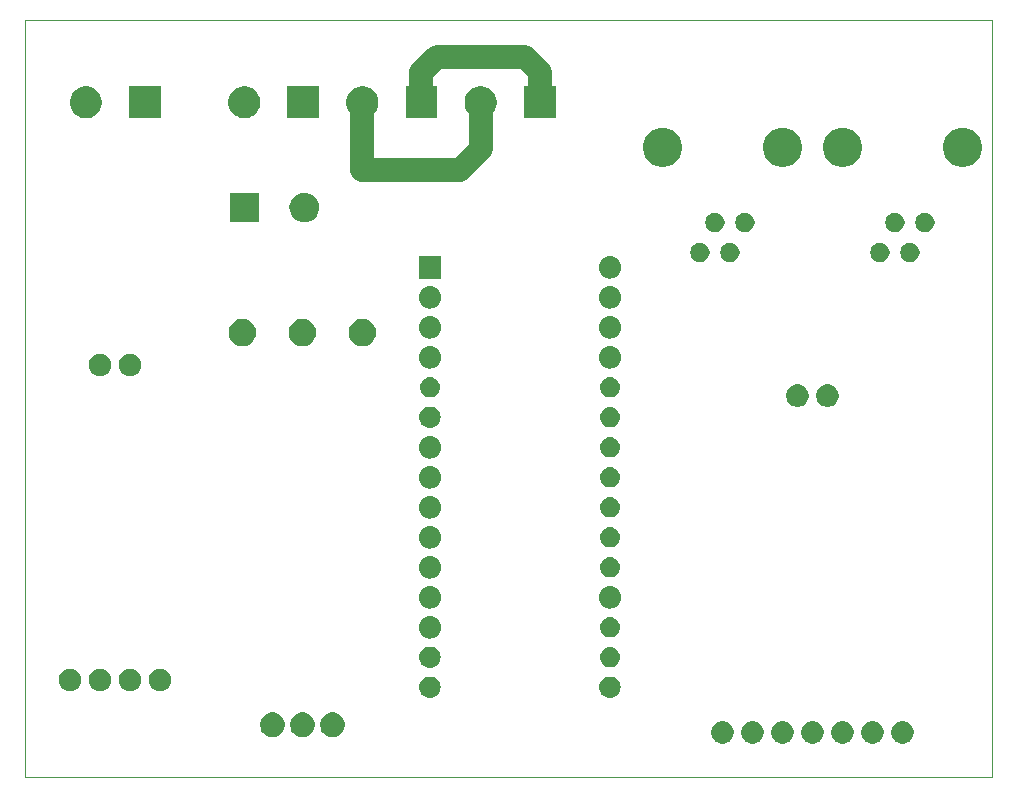
<source format=gbs>
G04 #@! TF.GenerationSoftware,KiCad,Pcbnew,5.1.0-060a0da~80~ubuntu18.04.1*
G04 #@! TF.CreationDate,2019-04-21T23:40:02+03:00*
G04 #@! TF.ProjectId,Borjomi,426f726a-6f6d-4692-9e6b-696361645f70,w01*
G04 #@! TF.SameCoordinates,Original*
G04 #@! TF.FileFunction,Soldermask,Bot*
G04 #@! TF.FilePolarity,Negative*
%FSLAX46Y46*%
G04 Gerber Fmt 4.6, Leading zero omitted, Abs format (unit mm)*
G04 Created by KiCad (PCBNEW 5.1.0-060a0da~80~ubuntu18.04.1) date 2019-04-21 23:40:02*
%MOMM*%
%LPD*%
G04 APERTURE LIST*
%ADD10C,2.000000*%
%ADD11C,0.120000*%
%ADD12C,0.150000*%
G04 APERTURE END LIST*
D10*
X91200000Y-38100000D02*
X83820000Y-38100000D01*
X92470000Y-39370000D02*
X91200000Y-38100000D01*
X92470000Y-41910000D02*
X92470000Y-39370000D01*
X82470000Y-39370000D02*
X83820000Y-38100000D01*
X82470000Y-41910000D02*
X82470000Y-39370000D01*
X87470000Y-45720000D02*
X87470000Y-41910000D01*
X85725000Y-47625000D02*
X87470000Y-45880000D01*
X77470000Y-47625000D02*
X85725000Y-47625000D01*
X77470000Y-41910000D02*
X77470000Y-47625000D01*
D11*
X48895000Y-99060000D02*
X48895000Y-34925000D01*
X130810000Y-99060000D02*
X48895000Y-99060000D01*
X130810000Y-34925000D02*
X130810000Y-99060000D01*
X48895000Y-34925000D02*
X130810000Y-34925000D01*
D12*
G36*
X123467395Y-94335546D02*
G01*
X123640466Y-94407234D01*
X123640467Y-94407235D01*
X123796227Y-94511310D01*
X123928690Y-94643773D01*
X123928691Y-94643775D01*
X124032766Y-94799534D01*
X124104454Y-94972605D01*
X124141000Y-95156333D01*
X124141000Y-95343667D01*
X124104454Y-95527395D01*
X124032766Y-95700466D01*
X124032765Y-95700467D01*
X123928690Y-95856227D01*
X123796227Y-95988690D01*
X123717818Y-96041081D01*
X123640466Y-96092766D01*
X123467395Y-96164454D01*
X123283667Y-96201000D01*
X123096333Y-96201000D01*
X122912605Y-96164454D01*
X122739534Y-96092766D01*
X122662182Y-96041081D01*
X122583773Y-95988690D01*
X122451310Y-95856227D01*
X122347235Y-95700467D01*
X122347234Y-95700466D01*
X122275546Y-95527395D01*
X122239000Y-95343667D01*
X122239000Y-95156333D01*
X122275546Y-94972605D01*
X122347234Y-94799534D01*
X122451309Y-94643775D01*
X122451310Y-94643773D01*
X122583773Y-94511310D01*
X122739533Y-94407235D01*
X122739534Y-94407234D01*
X122912605Y-94335546D01*
X123096333Y-94299000D01*
X123283667Y-94299000D01*
X123467395Y-94335546D01*
X123467395Y-94335546D01*
G37*
G36*
X120927395Y-94335546D02*
G01*
X121100466Y-94407234D01*
X121100467Y-94407235D01*
X121256227Y-94511310D01*
X121388690Y-94643773D01*
X121388691Y-94643775D01*
X121492766Y-94799534D01*
X121564454Y-94972605D01*
X121601000Y-95156333D01*
X121601000Y-95343667D01*
X121564454Y-95527395D01*
X121492766Y-95700466D01*
X121492765Y-95700467D01*
X121388690Y-95856227D01*
X121256227Y-95988690D01*
X121177818Y-96041081D01*
X121100466Y-96092766D01*
X120927395Y-96164454D01*
X120743667Y-96201000D01*
X120556333Y-96201000D01*
X120372605Y-96164454D01*
X120199534Y-96092766D01*
X120122182Y-96041081D01*
X120043773Y-95988690D01*
X119911310Y-95856227D01*
X119807235Y-95700467D01*
X119807234Y-95700466D01*
X119735546Y-95527395D01*
X119699000Y-95343667D01*
X119699000Y-95156333D01*
X119735546Y-94972605D01*
X119807234Y-94799534D01*
X119911309Y-94643775D01*
X119911310Y-94643773D01*
X120043773Y-94511310D01*
X120199533Y-94407235D01*
X120199534Y-94407234D01*
X120372605Y-94335546D01*
X120556333Y-94299000D01*
X120743667Y-94299000D01*
X120927395Y-94335546D01*
X120927395Y-94335546D01*
G37*
G36*
X108227395Y-94335546D02*
G01*
X108400466Y-94407234D01*
X108400467Y-94407235D01*
X108556227Y-94511310D01*
X108688690Y-94643773D01*
X108688691Y-94643775D01*
X108792766Y-94799534D01*
X108864454Y-94972605D01*
X108901000Y-95156333D01*
X108901000Y-95343667D01*
X108864454Y-95527395D01*
X108792766Y-95700466D01*
X108792765Y-95700467D01*
X108688690Y-95856227D01*
X108556227Y-95988690D01*
X108477818Y-96041081D01*
X108400466Y-96092766D01*
X108227395Y-96164454D01*
X108043667Y-96201000D01*
X107856333Y-96201000D01*
X107672605Y-96164454D01*
X107499534Y-96092766D01*
X107422182Y-96041081D01*
X107343773Y-95988690D01*
X107211310Y-95856227D01*
X107107235Y-95700467D01*
X107107234Y-95700466D01*
X107035546Y-95527395D01*
X106999000Y-95343667D01*
X106999000Y-95156333D01*
X107035546Y-94972605D01*
X107107234Y-94799534D01*
X107211309Y-94643775D01*
X107211310Y-94643773D01*
X107343773Y-94511310D01*
X107499533Y-94407235D01*
X107499534Y-94407234D01*
X107672605Y-94335546D01*
X107856333Y-94299000D01*
X108043667Y-94299000D01*
X108227395Y-94335546D01*
X108227395Y-94335546D01*
G37*
G36*
X110767395Y-94335546D02*
G01*
X110940466Y-94407234D01*
X110940467Y-94407235D01*
X111096227Y-94511310D01*
X111228690Y-94643773D01*
X111228691Y-94643775D01*
X111332766Y-94799534D01*
X111404454Y-94972605D01*
X111441000Y-95156333D01*
X111441000Y-95343667D01*
X111404454Y-95527395D01*
X111332766Y-95700466D01*
X111332765Y-95700467D01*
X111228690Y-95856227D01*
X111096227Y-95988690D01*
X111017818Y-96041081D01*
X110940466Y-96092766D01*
X110767395Y-96164454D01*
X110583667Y-96201000D01*
X110396333Y-96201000D01*
X110212605Y-96164454D01*
X110039534Y-96092766D01*
X109962182Y-96041081D01*
X109883773Y-95988690D01*
X109751310Y-95856227D01*
X109647235Y-95700467D01*
X109647234Y-95700466D01*
X109575546Y-95527395D01*
X109539000Y-95343667D01*
X109539000Y-95156333D01*
X109575546Y-94972605D01*
X109647234Y-94799534D01*
X109751309Y-94643775D01*
X109751310Y-94643773D01*
X109883773Y-94511310D01*
X110039533Y-94407235D01*
X110039534Y-94407234D01*
X110212605Y-94335546D01*
X110396333Y-94299000D01*
X110583667Y-94299000D01*
X110767395Y-94335546D01*
X110767395Y-94335546D01*
G37*
G36*
X115847395Y-94335546D02*
G01*
X116020466Y-94407234D01*
X116020467Y-94407235D01*
X116176227Y-94511310D01*
X116308690Y-94643773D01*
X116308691Y-94643775D01*
X116412766Y-94799534D01*
X116484454Y-94972605D01*
X116521000Y-95156333D01*
X116521000Y-95343667D01*
X116484454Y-95527395D01*
X116412766Y-95700466D01*
X116412765Y-95700467D01*
X116308690Y-95856227D01*
X116176227Y-95988690D01*
X116097818Y-96041081D01*
X116020466Y-96092766D01*
X115847395Y-96164454D01*
X115663667Y-96201000D01*
X115476333Y-96201000D01*
X115292605Y-96164454D01*
X115119534Y-96092766D01*
X115042182Y-96041081D01*
X114963773Y-95988690D01*
X114831310Y-95856227D01*
X114727235Y-95700467D01*
X114727234Y-95700466D01*
X114655546Y-95527395D01*
X114619000Y-95343667D01*
X114619000Y-95156333D01*
X114655546Y-94972605D01*
X114727234Y-94799534D01*
X114831309Y-94643775D01*
X114831310Y-94643773D01*
X114963773Y-94511310D01*
X115119533Y-94407235D01*
X115119534Y-94407234D01*
X115292605Y-94335546D01*
X115476333Y-94299000D01*
X115663667Y-94299000D01*
X115847395Y-94335546D01*
X115847395Y-94335546D01*
G37*
G36*
X113307395Y-94335546D02*
G01*
X113480466Y-94407234D01*
X113480467Y-94407235D01*
X113636227Y-94511310D01*
X113768690Y-94643773D01*
X113768691Y-94643775D01*
X113872766Y-94799534D01*
X113944454Y-94972605D01*
X113981000Y-95156333D01*
X113981000Y-95343667D01*
X113944454Y-95527395D01*
X113872766Y-95700466D01*
X113872765Y-95700467D01*
X113768690Y-95856227D01*
X113636227Y-95988690D01*
X113557818Y-96041081D01*
X113480466Y-96092766D01*
X113307395Y-96164454D01*
X113123667Y-96201000D01*
X112936333Y-96201000D01*
X112752605Y-96164454D01*
X112579534Y-96092766D01*
X112502182Y-96041081D01*
X112423773Y-95988690D01*
X112291310Y-95856227D01*
X112187235Y-95700467D01*
X112187234Y-95700466D01*
X112115546Y-95527395D01*
X112079000Y-95343667D01*
X112079000Y-95156333D01*
X112115546Y-94972605D01*
X112187234Y-94799534D01*
X112291309Y-94643775D01*
X112291310Y-94643773D01*
X112423773Y-94511310D01*
X112579533Y-94407235D01*
X112579534Y-94407234D01*
X112752605Y-94335546D01*
X112936333Y-94299000D01*
X113123667Y-94299000D01*
X113307395Y-94335546D01*
X113307395Y-94335546D01*
G37*
G36*
X118387395Y-94335546D02*
G01*
X118560466Y-94407234D01*
X118560467Y-94407235D01*
X118716227Y-94511310D01*
X118848690Y-94643773D01*
X118848691Y-94643775D01*
X118952766Y-94799534D01*
X119024454Y-94972605D01*
X119061000Y-95156333D01*
X119061000Y-95343667D01*
X119024454Y-95527395D01*
X118952766Y-95700466D01*
X118952765Y-95700467D01*
X118848690Y-95856227D01*
X118716227Y-95988690D01*
X118637818Y-96041081D01*
X118560466Y-96092766D01*
X118387395Y-96164454D01*
X118203667Y-96201000D01*
X118016333Y-96201000D01*
X117832605Y-96164454D01*
X117659534Y-96092766D01*
X117582182Y-96041081D01*
X117503773Y-95988690D01*
X117371310Y-95856227D01*
X117267235Y-95700467D01*
X117267234Y-95700466D01*
X117195546Y-95527395D01*
X117159000Y-95343667D01*
X117159000Y-95156333D01*
X117195546Y-94972605D01*
X117267234Y-94799534D01*
X117371309Y-94643775D01*
X117371310Y-94643773D01*
X117503773Y-94511310D01*
X117659533Y-94407235D01*
X117659534Y-94407234D01*
X117832605Y-94335546D01*
X118016333Y-94299000D01*
X118203667Y-94299000D01*
X118387395Y-94335546D01*
X118387395Y-94335546D01*
G37*
G36*
X70156564Y-93589389D02*
G01*
X70347833Y-93668615D01*
X70347835Y-93668616D01*
X70519973Y-93783635D01*
X70666365Y-93930027D01*
X70781385Y-94102167D01*
X70860611Y-94293436D01*
X70901000Y-94496484D01*
X70901000Y-94703516D01*
X70860611Y-94906564D01*
X70833256Y-94972604D01*
X70781384Y-95097835D01*
X70666365Y-95269973D01*
X70519973Y-95416365D01*
X70347835Y-95531384D01*
X70347834Y-95531385D01*
X70347833Y-95531385D01*
X70156564Y-95610611D01*
X69953516Y-95651000D01*
X69746484Y-95651000D01*
X69543436Y-95610611D01*
X69352167Y-95531385D01*
X69352166Y-95531385D01*
X69352165Y-95531384D01*
X69180027Y-95416365D01*
X69033635Y-95269973D01*
X68918616Y-95097835D01*
X68866744Y-94972604D01*
X68839389Y-94906564D01*
X68799000Y-94703516D01*
X68799000Y-94496484D01*
X68839389Y-94293436D01*
X68918615Y-94102167D01*
X69033635Y-93930027D01*
X69180027Y-93783635D01*
X69352165Y-93668616D01*
X69352167Y-93668615D01*
X69543436Y-93589389D01*
X69746484Y-93549000D01*
X69953516Y-93549000D01*
X70156564Y-93589389D01*
X70156564Y-93589389D01*
G37*
G36*
X72696564Y-93589389D02*
G01*
X72887833Y-93668615D01*
X72887835Y-93668616D01*
X73059973Y-93783635D01*
X73206365Y-93930027D01*
X73321385Y-94102167D01*
X73400611Y-94293436D01*
X73441000Y-94496484D01*
X73441000Y-94703516D01*
X73400611Y-94906564D01*
X73373256Y-94972604D01*
X73321384Y-95097835D01*
X73206365Y-95269973D01*
X73059973Y-95416365D01*
X72887835Y-95531384D01*
X72887834Y-95531385D01*
X72887833Y-95531385D01*
X72696564Y-95610611D01*
X72493516Y-95651000D01*
X72286484Y-95651000D01*
X72083436Y-95610611D01*
X71892167Y-95531385D01*
X71892166Y-95531385D01*
X71892165Y-95531384D01*
X71720027Y-95416365D01*
X71573635Y-95269973D01*
X71458616Y-95097835D01*
X71406744Y-94972604D01*
X71379389Y-94906564D01*
X71339000Y-94703516D01*
X71339000Y-94496484D01*
X71379389Y-94293436D01*
X71458615Y-94102167D01*
X71573635Y-93930027D01*
X71720027Y-93783635D01*
X71892165Y-93668616D01*
X71892167Y-93668615D01*
X72083436Y-93589389D01*
X72286484Y-93549000D01*
X72493516Y-93549000D01*
X72696564Y-93589389D01*
X72696564Y-93589389D01*
G37*
G36*
X75236564Y-93589389D02*
G01*
X75427833Y-93668615D01*
X75427835Y-93668616D01*
X75599973Y-93783635D01*
X75746365Y-93930027D01*
X75861385Y-94102167D01*
X75940611Y-94293436D01*
X75981000Y-94496484D01*
X75981000Y-94703516D01*
X75940611Y-94906564D01*
X75913256Y-94972604D01*
X75861384Y-95097835D01*
X75746365Y-95269973D01*
X75599973Y-95416365D01*
X75427835Y-95531384D01*
X75427834Y-95531385D01*
X75427833Y-95531385D01*
X75236564Y-95610611D01*
X75033516Y-95651000D01*
X74826484Y-95651000D01*
X74623436Y-95610611D01*
X74432167Y-95531385D01*
X74432166Y-95531385D01*
X74432165Y-95531384D01*
X74260027Y-95416365D01*
X74113635Y-95269973D01*
X73998616Y-95097835D01*
X73946744Y-94972604D01*
X73919389Y-94906564D01*
X73879000Y-94703516D01*
X73879000Y-94496484D01*
X73919389Y-94293436D01*
X73998615Y-94102167D01*
X74113635Y-93930027D01*
X74260027Y-93783635D01*
X74432165Y-93668616D01*
X74432167Y-93668615D01*
X74623436Y-93589389D01*
X74826484Y-93549000D01*
X75033516Y-93549000D01*
X75236564Y-93589389D01*
X75236564Y-93589389D01*
G37*
G36*
X98535443Y-90545519D02*
G01*
X98601627Y-90552037D01*
X98771466Y-90603557D01*
X98927991Y-90687222D01*
X98963729Y-90716552D01*
X99065186Y-90799814D01*
X99146310Y-90898665D01*
X99177778Y-90937009D01*
X99261443Y-91093534D01*
X99312963Y-91263373D01*
X99330359Y-91440000D01*
X99312963Y-91616627D01*
X99261443Y-91786466D01*
X99177778Y-91942991D01*
X99148448Y-91978729D01*
X99065186Y-92080186D01*
X98963729Y-92163448D01*
X98927991Y-92192778D01*
X98771466Y-92276443D01*
X98601627Y-92327963D01*
X98535443Y-92334481D01*
X98469260Y-92341000D01*
X98380740Y-92341000D01*
X98314557Y-92334481D01*
X98248373Y-92327963D01*
X98078534Y-92276443D01*
X97922009Y-92192778D01*
X97886271Y-92163448D01*
X97784814Y-92080186D01*
X97701552Y-91978729D01*
X97672222Y-91942991D01*
X97588557Y-91786466D01*
X97537037Y-91616627D01*
X97519641Y-91440000D01*
X97537037Y-91263373D01*
X97588557Y-91093534D01*
X97672222Y-90937009D01*
X97703690Y-90898665D01*
X97784814Y-90799814D01*
X97886271Y-90716552D01*
X97922009Y-90687222D01*
X98078534Y-90603557D01*
X98248373Y-90552037D01*
X98314557Y-90545519D01*
X98380740Y-90539000D01*
X98469260Y-90539000D01*
X98535443Y-90545519D01*
X98535443Y-90545519D01*
G37*
G36*
X83295443Y-90545519D02*
G01*
X83361627Y-90552037D01*
X83531466Y-90603557D01*
X83687991Y-90687222D01*
X83723729Y-90716552D01*
X83825186Y-90799814D01*
X83906310Y-90898665D01*
X83937778Y-90937009D01*
X84021443Y-91093534D01*
X84072963Y-91263373D01*
X84090359Y-91440000D01*
X84072963Y-91616627D01*
X84021443Y-91786466D01*
X83937778Y-91942991D01*
X83908448Y-91978729D01*
X83825186Y-92080186D01*
X83723729Y-92163448D01*
X83687991Y-92192778D01*
X83531466Y-92276443D01*
X83361627Y-92327963D01*
X83295443Y-92334481D01*
X83229260Y-92341000D01*
X83140740Y-92341000D01*
X83074557Y-92334481D01*
X83008373Y-92327963D01*
X82838534Y-92276443D01*
X82682009Y-92192778D01*
X82646271Y-92163448D01*
X82544814Y-92080186D01*
X82461552Y-91978729D01*
X82432222Y-91942991D01*
X82348557Y-91786466D01*
X82297037Y-91616627D01*
X82279641Y-91440000D01*
X82297037Y-91263373D01*
X82348557Y-91093534D01*
X82432222Y-90937009D01*
X82463690Y-90898665D01*
X82544814Y-90799814D01*
X82646271Y-90716552D01*
X82682009Y-90687222D01*
X82838534Y-90603557D01*
X83008373Y-90552037D01*
X83074557Y-90545519D01*
X83140740Y-90539000D01*
X83229260Y-90539000D01*
X83295443Y-90545519D01*
X83295443Y-90545519D01*
G37*
G36*
X52982395Y-89890546D02*
G01*
X53155466Y-89962234D01*
X53155467Y-89962235D01*
X53311227Y-90066310D01*
X53443690Y-90198773D01*
X53443691Y-90198775D01*
X53547766Y-90354534D01*
X53619454Y-90527605D01*
X53656000Y-90711333D01*
X53656000Y-90898667D01*
X53619454Y-91082395D01*
X53547766Y-91255466D01*
X53542481Y-91263375D01*
X53443690Y-91411227D01*
X53311227Y-91543690D01*
X53232818Y-91596081D01*
X53155466Y-91647766D01*
X52982395Y-91719454D01*
X52798667Y-91756000D01*
X52611333Y-91756000D01*
X52427605Y-91719454D01*
X52254534Y-91647766D01*
X52177182Y-91596081D01*
X52098773Y-91543690D01*
X51966310Y-91411227D01*
X51867519Y-91263375D01*
X51862234Y-91255466D01*
X51790546Y-91082395D01*
X51754000Y-90898667D01*
X51754000Y-90711333D01*
X51790546Y-90527605D01*
X51862234Y-90354534D01*
X51966309Y-90198775D01*
X51966310Y-90198773D01*
X52098773Y-90066310D01*
X52254533Y-89962235D01*
X52254534Y-89962234D01*
X52427605Y-89890546D01*
X52611333Y-89854000D01*
X52798667Y-89854000D01*
X52982395Y-89890546D01*
X52982395Y-89890546D01*
G37*
G36*
X55522395Y-89890546D02*
G01*
X55695466Y-89962234D01*
X55695467Y-89962235D01*
X55851227Y-90066310D01*
X55983690Y-90198773D01*
X55983691Y-90198775D01*
X56087766Y-90354534D01*
X56159454Y-90527605D01*
X56196000Y-90711333D01*
X56196000Y-90898667D01*
X56159454Y-91082395D01*
X56087766Y-91255466D01*
X56082481Y-91263375D01*
X55983690Y-91411227D01*
X55851227Y-91543690D01*
X55772818Y-91596081D01*
X55695466Y-91647766D01*
X55522395Y-91719454D01*
X55338667Y-91756000D01*
X55151333Y-91756000D01*
X54967605Y-91719454D01*
X54794534Y-91647766D01*
X54717182Y-91596081D01*
X54638773Y-91543690D01*
X54506310Y-91411227D01*
X54407519Y-91263375D01*
X54402234Y-91255466D01*
X54330546Y-91082395D01*
X54294000Y-90898667D01*
X54294000Y-90711333D01*
X54330546Y-90527605D01*
X54402234Y-90354534D01*
X54506309Y-90198775D01*
X54506310Y-90198773D01*
X54638773Y-90066310D01*
X54794533Y-89962235D01*
X54794534Y-89962234D01*
X54967605Y-89890546D01*
X55151333Y-89854000D01*
X55338667Y-89854000D01*
X55522395Y-89890546D01*
X55522395Y-89890546D01*
G37*
G36*
X58062395Y-89890546D02*
G01*
X58235466Y-89962234D01*
X58235467Y-89962235D01*
X58391227Y-90066310D01*
X58523690Y-90198773D01*
X58523691Y-90198775D01*
X58627766Y-90354534D01*
X58699454Y-90527605D01*
X58736000Y-90711333D01*
X58736000Y-90898667D01*
X58699454Y-91082395D01*
X58627766Y-91255466D01*
X58622481Y-91263375D01*
X58523690Y-91411227D01*
X58391227Y-91543690D01*
X58312818Y-91596081D01*
X58235466Y-91647766D01*
X58062395Y-91719454D01*
X57878667Y-91756000D01*
X57691333Y-91756000D01*
X57507605Y-91719454D01*
X57334534Y-91647766D01*
X57257182Y-91596081D01*
X57178773Y-91543690D01*
X57046310Y-91411227D01*
X56947519Y-91263375D01*
X56942234Y-91255466D01*
X56870546Y-91082395D01*
X56834000Y-90898667D01*
X56834000Y-90711333D01*
X56870546Y-90527605D01*
X56942234Y-90354534D01*
X57046309Y-90198775D01*
X57046310Y-90198773D01*
X57178773Y-90066310D01*
X57334533Y-89962235D01*
X57334534Y-89962234D01*
X57507605Y-89890546D01*
X57691333Y-89854000D01*
X57878667Y-89854000D01*
X58062395Y-89890546D01*
X58062395Y-89890546D01*
G37*
G36*
X60602395Y-89890546D02*
G01*
X60775466Y-89962234D01*
X60775467Y-89962235D01*
X60931227Y-90066310D01*
X61063690Y-90198773D01*
X61063691Y-90198775D01*
X61167766Y-90354534D01*
X61239454Y-90527605D01*
X61276000Y-90711333D01*
X61276000Y-90898667D01*
X61239454Y-91082395D01*
X61167766Y-91255466D01*
X61162481Y-91263375D01*
X61063690Y-91411227D01*
X60931227Y-91543690D01*
X60852818Y-91596081D01*
X60775466Y-91647766D01*
X60602395Y-91719454D01*
X60418667Y-91756000D01*
X60231333Y-91756000D01*
X60047605Y-91719454D01*
X59874534Y-91647766D01*
X59797182Y-91596081D01*
X59718773Y-91543690D01*
X59586310Y-91411227D01*
X59487519Y-91263375D01*
X59482234Y-91255466D01*
X59410546Y-91082395D01*
X59374000Y-90898667D01*
X59374000Y-90711333D01*
X59410546Y-90527605D01*
X59482234Y-90354534D01*
X59586309Y-90198775D01*
X59586310Y-90198773D01*
X59718773Y-90066310D01*
X59874533Y-89962235D01*
X59874534Y-89962234D01*
X60047605Y-89890546D01*
X60231333Y-89854000D01*
X60418667Y-89854000D01*
X60602395Y-89890546D01*
X60602395Y-89890546D01*
G37*
G36*
X83295443Y-88005519D02*
G01*
X83361627Y-88012037D01*
X83531466Y-88063557D01*
X83687991Y-88147222D01*
X83723729Y-88176552D01*
X83825186Y-88259814D01*
X83908448Y-88361271D01*
X83937778Y-88397009D01*
X84021443Y-88553534D01*
X84072963Y-88723373D01*
X84090359Y-88900000D01*
X84072963Y-89076627D01*
X84021443Y-89246466D01*
X83937778Y-89402991D01*
X83908448Y-89438729D01*
X83825186Y-89540186D01*
X83723729Y-89623448D01*
X83687991Y-89652778D01*
X83531466Y-89736443D01*
X83361627Y-89787963D01*
X83295443Y-89794481D01*
X83229260Y-89801000D01*
X83140740Y-89801000D01*
X83074557Y-89794481D01*
X83008373Y-89787963D01*
X82838534Y-89736443D01*
X82682009Y-89652778D01*
X82646271Y-89623448D01*
X82544814Y-89540186D01*
X82461552Y-89438729D01*
X82432222Y-89402991D01*
X82348557Y-89246466D01*
X82297037Y-89076627D01*
X82279641Y-88900000D01*
X82297037Y-88723373D01*
X82348557Y-88553534D01*
X82432222Y-88397009D01*
X82461552Y-88361271D01*
X82544814Y-88259814D01*
X82646271Y-88176552D01*
X82682009Y-88147222D01*
X82838534Y-88063557D01*
X83008373Y-88012037D01*
X83074557Y-88005519D01*
X83140740Y-87999000D01*
X83229260Y-87999000D01*
X83295443Y-88005519D01*
X83295443Y-88005519D01*
G37*
G36*
X98591823Y-88061313D02*
G01*
X98752242Y-88109976D01*
X98821922Y-88147221D01*
X98900078Y-88188996D01*
X99029659Y-88295341D01*
X99136004Y-88424922D01*
X99136005Y-88424924D01*
X99215024Y-88572758D01*
X99263687Y-88733177D01*
X99280117Y-88900000D01*
X99263687Y-89066823D01*
X99215024Y-89227242D01*
X99204747Y-89246468D01*
X99136004Y-89375078D01*
X99029659Y-89504659D01*
X98900078Y-89611004D01*
X98900076Y-89611005D01*
X98752242Y-89690024D01*
X98591823Y-89738687D01*
X98466804Y-89751000D01*
X98383196Y-89751000D01*
X98258177Y-89738687D01*
X98097758Y-89690024D01*
X97949924Y-89611005D01*
X97949922Y-89611004D01*
X97820341Y-89504659D01*
X97713996Y-89375078D01*
X97645253Y-89246468D01*
X97634976Y-89227242D01*
X97586313Y-89066823D01*
X97569883Y-88900000D01*
X97586313Y-88733177D01*
X97634976Y-88572758D01*
X97713995Y-88424924D01*
X97713996Y-88424922D01*
X97820341Y-88295341D01*
X97949922Y-88188996D01*
X98028078Y-88147221D01*
X98097758Y-88109976D01*
X98258177Y-88061313D01*
X98383196Y-88049000D01*
X98466804Y-88049000D01*
X98591823Y-88061313D01*
X98591823Y-88061313D01*
G37*
G36*
X83371425Y-85422760D02*
G01*
X83371428Y-85422761D01*
X83371429Y-85422761D01*
X83550693Y-85477140D01*
X83550696Y-85477142D01*
X83550697Y-85477142D01*
X83715903Y-85565446D01*
X83860712Y-85684288D01*
X83979554Y-85829097D01*
X84067858Y-85994303D01*
X84067860Y-85994307D01*
X84122239Y-86173571D01*
X84122240Y-86173575D01*
X84140601Y-86360000D01*
X84122240Y-86546425D01*
X84122239Y-86546428D01*
X84122239Y-86546429D01*
X84067860Y-86725693D01*
X84067858Y-86725696D01*
X84067858Y-86725697D01*
X83979554Y-86890903D01*
X83860712Y-87035712D01*
X83715903Y-87154554D01*
X83610299Y-87211000D01*
X83550693Y-87242860D01*
X83371429Y-87297239D01*
X83371428Y-87297239D01*
X83371425Y-87297240D01*
X83231718Y-87311000D01*
X83138282Y-87311000D01*
X82998575Y-87297240D01*
X82998572Y-87297239D01*
X82998571Y-87297239D01*
X82819307Y-87242860D01*
X82759701Y-87211000D01*
X82654097Y-87154554D01*
X82509288Y-87035712D01*
X82390446Y-86890903D01*
X82302142Y-86725697D01*
X82302142Y-86725696D01*
X82302140Y-86725693D01*
X82247761Y-86546429D01*
X82247761Y-86546428D01*
X82247760Y-86546425D01*
X82229399Y-86360000D01*
X82247760Y-86173575D01*
X82247761Y-86173571D01*
X82302140Y-85994307D01*
X82302142Y-85994303D01*
X82390446Y-85829097D01*
X82509288Y-85684288D01*
X82654097Y-85565446D01*
X82819303Y-85477142D01*
X82819304Y-85477142D01*
X82819307Y-85477140D01*
X82998571Y-85422761D01*
X82998572Y-85422761D01*
X82998575Y-85422760D01*
X83138282Y-85409000D01*
X83231718Y-85409000D01*
X83371425Y-85422760D01*
X83371425Y-85422760D01*
G37*
G36*
X98591823Y-85521313D02*
G01*
X98752242Y-85569976D01*
X98884906Y-85640886D01*
X98900078Y-85648996D01*
X99029659Y-85755341D01*
X99136004Y-85884922D01*
X99136005Y-85884924D01*
X99215024Y-86032758D01*
X99263687Y-86193177D01*
X99280117Y-86360000D01*
X99263687Y-86526823D01*
X99215024Y-86687242D01*
X99194471Y-86725693D01*
X99136004Y-86835078D01*
X99029659Y-86964659D01*
X98900078Y-87071004D01*
X98900076Y-87071005D01*
X98752242Y-87150024D01*
X98591823Y-87198687D01*
X98466804Y-87211000D01*
X98383196Y-87211000D01*
X98258177Y-87198687D01*
X98097758Y-87150024D01*
X97949924Y-87071005D01*
X97949922Y-87071004D01*
X97820341Y-86964659D01*
X97713996Y-86835078D01*
X97655529Y-86725693D01*
X97634976Y-86687242D01*
X97586313Y-86526823D01*
X97569883Y-86360000D01*
X97586313Y-86193177D01*
X97634976Y-86032758D01*
X97713995Y-85884924D01*
X97713996Y-85884922D01*
X97820341Y-85755341D01*
X97949922Y-85648996D01*
X97965094Y-85640886D01*
X98097758Y-85569976D01*
X98258177Y-85521313D01*
X98383196Y-85509000D01*
X98466804Y-85509000D01*
X98591823Y-85521313D01*
X98591823Y-85521313D01*
G37*
G36*
X98611425Y-82882760D02*
G01*
X98611428Y-82882761D01*
X98611429Y-82882761D01*
X98790693Y-82937140D01*
X98790696Y-82937142D01*
X98790697Y-82937142D01*
X98955903Y-83025446D01*
X99100712Y-83144288D01*
X99219554Y-83289097D01*
X99307858Y-83454303D01*
X99307860Y-83454307D01*
X99362239Y-83633571D01*
X99362240Y-83633575D01*
X99380601Y-83820000D01*
X99362240Y-84006425D01*
X99362239Y-84006428D01*
X99362239Y-84006429D01*
X99307860Y-84185693D01*
X99307858Y-84185696D01*
X99307858Y-84185697D01*
X99219554Y-84350903D01*
X99100712Y-84495712D01*
X98955903Y-84614554D01*
X98790697Y-84702858D01*
X98790693Y-84702860D01*
X98611429Y-84757239D01*
X98611428Y-84757239D01*
X98611425Y-84757240D01*
X98471718Y-84771000D01*
X98378282Y-84771000D01*
X98238575Y-84757240D01*
X98238572Y-84757239D01*
X98238571Y-84757239D01*
X98059307Y-84702860D01*
X98059303Y-84702858D01*
X97894097Y-84614554D01*
X97749288Y-84495712D01*
X97630446Y-84350903D01*
X97542142Y-84185697D01*
X97542142Y-84185696D01*
X97542140Y-84185693D01*
X97487761Y-84006429D01*
X97487761Y-84006428D01*
X97487760Y-84006425D01*
X97469399Y-83820000D01*
X97487760Y-83633575D01*
X97487761Y-83633571D01*
X97542140Y-83454307D01*
X97542142Y-83454303D01*
X97630446Y-83289097D01*
X97749288Y-83144288D01*
X97894097Y-83025446D01*
X98059303Y-82937142D01*
X98059304Y-82937142D01*
X98059307Y-82937140D01*
X98238571Y-82882761D01*
X98238572Y-82882761D01*
X98238575Y-82882760D01*
X98378282Y-82869000D01*
X98471718Y-82869000D01*
X98611425Y-82882760D01*
X98611425Y-82882760D01*
G37*
G36*
X83371425Y-82882760D02*
G01*
X83371428Y-82882761D01*
X83371429Y-82882761D01*
X83550693Y-82937140D01*
X83550696Y-82937142D01*
X83550697Y-82937142D01*
X83715903Y-83025446D01*
X83860712Y-83144288D01*
X83979554Y-83289097D01*
X84067858Y-83454303D01*
X84067860Y-83454307D01*
X84122239Y-83633571D01*
X84122240Y-83633575D01*
X84140601Y-83820000D01*
X84122240Y-84006425D01*
X84122239Y-84006428D01*
X84122239Y-84006429D01*
X84067860Y-84185693D01*
X84067858Y-84185696D01*
X84067858Y-84185697D01*
X83979554Y-84350903D01*
X83860712Y-84495712D01*
X83715903Y-84614554D01*
X83550697Y-84702858D01*
X83550693Y-84702860D01*
X83371429Y-84757239D01*
X83371428Y-84757239D01*
X83371425Y-84757240D01*
X83231718Y-84771000D01*
X83138282Y-84771000D01*
X82998575Y-84757240D01*
X82998572Y-84757239D01*
X82998571Y-84757239D01*
X82819307Y-84702860D01*
X82819303Y-84702858D01*
X82654097Y-84614554D01*
X82509288Y-84495712D01*
X82390446Y-84350903D01*
X82302142Y-84185697D01*
X82302142Y-84185696D01*
X82302140Y-84185693D01*
X82247761Y-84006429D01*
X82247761Y-84006428D01*
X82247760Y-84006425D01*
X82229399Y-83820000D01*
X82247760Y-83633575D01*
X82247761Y-83633571D01*
X82302140Y-83454307D01*
X82302142Y-83454303D01*
X82390446Y-83289097D01*
X82509288Y-83144288D01*
X82654097Y-83025446D01*
X82819303Y-82937142D01*
X82819304Y-82937142D01*
X82819307Y-82937140D01*
X82998571Y-82882761D01*
X82998572Y-82882761D01*
X82998575Y-82882760D01*
X83138282Y-82869000D01*
X83231718Y-82869000D01*
X83371425Y-82882760D01*
X83371425Y-82882760D01*
G37*
G36*
X83371425Y-80342760D02*
G01*
X83371428Y-80342761D01*
X83371429Y-80342761D01*
X83550693Y-80397140D01*
X83550696Y-80397142D01*
X83550697Y-80397142D01*
X83715903Y-80485446D01*
X83860712Y-80604288D01*
X83979554Y-80749097D01*
X84067858Y-80914303D01*
X84067860Y-80914307D01*
X84122239Y-81093571D01*
X84122240Y-81093575D01*
X84140601Y-81280000D01*
X84122240Y-81466425D01*
X84122239Y-81466428D01*
X84122239Y-81466429D01*
X84067860Y-81645693D01*
X84067858Y-81645696D01*
X84067858Y-81645697D01*
X83979554Y-81810903D01*
X83860712Y-81955712D01*
X83715903Y-82074554D01*
X83610299Y-82131000D01*
X83550693Y-82162860D01*
X83371429Y-82217239D01*
X83371428Y-82217239D01*
X83371425Y-82217240D01*
X83231718Y-82231000D01*
X83138282Y-82231000D01*
X82998575Y-82217240D01*
X82998572Y-82217239D01*
X82998571Y-82217239D01*
X82819307Y-82162860D01*
X82759701Y-82131000D01*
X82654097Y-82074554D01*
X82509288Y-81955712D01*
X82390446Y-81810903D01*
X82302142Y-81645697D01*
X82302142Y-81645696D01*
X82302140Y-81645693D01*
X82247761Y-81466429D01*
X82247761Y-81466428D01*
X82247760Y-81466425D01*
X82229399Y-81280000D01*
X82247760Y-81093575D01*
X82247761Y-81093571D01*
X82302140Y-80914307D01*
X82302142Y-80914303D01*
X82390446Y-80749097D01*
X82509288Y-80604288D01*
X82654097Y-80485446D01*
X82819303Y-80397142D01*
X82819304Y-80397142D01*
X82819307Y-80397140D01*
X82998571Y-80342761D01*
X82998572Y-80342761D01*
X82998575Y-80342760D01*
X83138282Y-80329000D01*
X83231718Y-80329000D01*
X83371425Y-80342760D01*
X83371425Y-80342760D01*
G37*
G36*
X98591823Y-80441313D02*
G01*
X98752242Y-80489976D01*
X98884906Y-80560886D01*
X98900078Y-80568996D01*
X99029659Y-80675341D01*
X99136004Y-80804922D01*
X99136005Y-80804924D01*
X99215024Y-80952758D01*
X99263687Y-81113177D01*
X99280117Y-81280000D01*
X99263687Y-81446823D01*
X99215024Y-81607242D01*
X99194471Y-81645693D01*
X99136004Y-81755078D01*
X99029659Y-81884659D01*
X98900078Y-81991004D01*
X98900076Y-81991005D01*
X98752242Y-82070024D01*
X98591823Y-82118687D01*
X98466804Y-82131000D01*
X98383196Y-82131000D01*
X98258177Y-82118687D01*
X98097758Y-82070024D01*
X97949924Y-81991005D01*
X97949922Y-81991004D01*
X97820341Y-81884659D01*
X97713996Y-81755078D01*
X97655529Y-81645693D01*
X97634976Y-81607242D01*
X97586313Y-81446823D01*
X97569883Y-81280000D01*
X97586313Y-81113177D01*
X97634976Y-80952758D01*
X97713995Y-80804924D01*
X97713996Y-80804922D01*
X97820341Y-80675341D01*
X97949922Y-80568996D01*
X97965094Y-80560886D01*
X98097758Y-80489976D01*
X98258177Y-80441313D01*
X98383196Y-80429000D01*
X98466804Y-80429000D01*
X98591823Y-80441313D01*
X98591823Y-80441313D01*
G37*
G36*
X83371425Y-77802760D02*
G01*
X83371428Y-77802761D01*
X83371429Y-77802761D01*
X83550693Y-77857140D01*
X83550696Y-77857142D01*
X83550697Y-77857142D01*
X83715903Y-77945446D01*
X83860712Y-78064288D01*
X83979554Y-78209097D01*
X84067858Y-78374303D01*
X84067860Y-78374307D01*
X84122239Y-78553571D01*
X84122240Y-78553575D01*
X84140601Y-78740000D01*
X84122240Y-78926425D01*
X84122239Y-78926428D01*
X84122239Y-78926429D01*
X84067860Y-79105693D01*
X84067858Y-79105696D01*
X84067858Y-79105697D01*
X83979554Y-79270903D01*
X83860712Y-79415712D01*
X83715903Y-79534554D01*
X83610299Y-79591000D01*
X83550693Y-79622860D01*
X83371429Y-79677239D01*
X83371428Y-79677239D01*
X83371425Y-79677240D01*
X83231718Y-79691000D01*
X83138282Y-79691000D01*
X82998575Y-79677240D01*
X82998572Y-79677239D01*
X82998571Y-79677239D01*
X82819307Y-79622860D01*
X82759701Y-79591000D01*
X82654097Y-79534554D01*
X82509288Y-79415712D01*
X82390446Y-79270903D01*
X82302142Y-79105697D01*
X82302142Y-79105696D01*
X82302140Y-79105693D01*
X82247761Y-78926429D01*
X82247761Y-78926428D01*
X82247760Y-78926425D01*
X82229399Y-78740000D01*
X82247760Y-78553575D01*
X82247761Y-78553571D01*
X82302140Y-78374307D01*
X82302142Y-78374303D01*
X82390446Y-78209097D01*
X82509288Y-78064288D01*
X82654097Y-77945446D01*
X82819303Y-77857142D01*
X82819304Y-77857142D01*
X82819307Y-77857140D01*
X82998571Y-77802761D01*
X82998572Y-77802761D01*
X82998575Y-77802760D01*
X83138282Y-77789000D01*
X83231718Y-77789000D01*
X83371425Y-77802760D01*
X83371425Y-77802760D01*
G37*
G36*
X98591823Y-77901313D02*
G01*
X98752242Y-77949976D01*
X98884906Y-78020886D01*
X98900078Y-78028996D01*
X99029659Y-78135341D01*
X99136004Y-78264922D01*
X99136005Y-78264924D01*
X99215024Y-78412758D01*
X99263687Y-78573177D01*
X99280117Y-78740000D01*
X99263687Y-78906823D01*
X99215024Y-79067242D01*
X99194471Y-79105693D01*
X99136004Y-79215078D01*
X99029659Y-79344659D01*
X98900078Y-79451004D01*
X98900076Y-79451005D01*
X98752242Y-79530024D01*
X98591823Y-79578687D01*
X98466804Y-79591000D01*
X98383196Y-79591000D01*
X98258177Y-79578687D01*
X98097758Y-79530024D01*
X97949924Y-79451005D01*
X97949922Y-79451004D01*
X97820341Y-79344659D01*
X97713996Y-79215078D01*
X97655529Y-79105693D01*
X97634976Y-79067242D01*
X97586313Y-78906823D01*
X97569883Y-78740000D01*
X97586313Y-78573177D01*
X97634976Y-78412758D01*
X97713995Y-78264924D01*
X97713996Y-78264922D01*
X97820341Y-78135341D01*
X97949922Y-78028996D01*
X97965094Y-78020886D01*
X98097758Y-77949976D01*
X98258177Y-77901313D01*
X98383196Y-77889000D01*
X98466804Y-77889000D01*
X98591823Y-77901313D01*
X98591823Y-77901313D01*
G37*
G36*
X83371425Y-75262760D02*
G01*
X83371428Y-75262761D01*
X83371429Y-75262761D01*
X83550693Y-75317140D01*
X83550696Y-75317142D01*
X83550697Y-75317142D01*
X83715903Y-75405446D01*
X83860712Y-75524288D01*
X83979554Y-75669097D01*
X84067858Y-75834303D01*
X84067860Y-75834307D01*
X84122239Y-76013571D01*
X84122240Y-76013575D01*
X84140601Y-76200000D01*
X84122240Y-76386425D01*
X84122239Y-76386428D01*
X84122239Y-76386429D01*
X84067860Y-76565693D01*
X84067858Y-76565696D01*
X84067858Y-76565697D01*
X83979554Y-76730903D01*
X83860712Y-76875712D01*
X83715903Y-76994554D01*
X83610299Y-77051000D01*
X83550693Y-77082860D01*
X83371429Y-77137239D01*
X83371428Y-77137239D01*
X83371425Y-77137240D01*
X83231718Y-77151000D01*
X83138282Y-77151000D01*
X82998575Y-77137240D01*
X82998572Y-77137239D01*
X82998571Y-77137239D01*
X82819307Y-77082860D01*
X82759701Y-77051000D01*
X82654097Y-76994554D01*
X82509288Y-76875712D01*
X82390446Y-76730903D01*
X82302142Y-76565697D01*
X82302142Y-76565696D01*
X82302140Y-76565693D01*
X82247761Y-76386429D01*
X82247761Y-76386428D01*
X82247760Y-76386425D01*
X82229399Y-76200000D01*
X82247760Y-76013575D01*
X82247761Y-76013571D01*
X82302140Y-75834307D01*
X82302142Y-75834303D01*
X82390446Y-75669097D01*
X82509288Y-75524288D01*
X82654097Y-75405446D01*
X82819303Y-75317142D01*
X82819304Y-75317142D01*
X82819307Y-75317140D01*
X82998571Y-75262761D01*
X82998572Y-75262761D01*
X82998575Y-75262760D01*
X83138282Y-75249000D01*
X83231718Y-75249000D01*
X83371425Y-75262760D01*
X83371425Y-75262760D01*
G37*
G36*
X98591823Y-75361313D02*
G01*
X98752242Y-75409976D01*
X98884906Y-75480886D01*
X98900078Y-75488996D01*
X99029659Y-75595341D01*
X99136004Y-75724922D01*
X99136005Y-75724924D01*
X99215024Y-75872758D01*
X99263687Y-76033177D01*
X99280117Y-76200000D01*
X99263687Y-76366823D01*
X99215024Y-76527242D01*
X99194471Y-76565693D01*
X99136004Y-76675078D01*
X99029659Y-76804659D01*
X98900078Y-76911004D01*
X98900076Y-76911005D01*
X98752242Y-76990024D01*
X98591823Y-77038687D01*
X98466804Y-77051000D01*
X98383196Y-77051000D01*
X98258177Y-77038687D01*
X98097758Y-76990024D01*
X97949924Y-76911005D01*
X97949922Y-76911004D01*
X97820341Y-76804659D01*
X97713996Y-76675078D01*
X97655529Y-76565693D01*
X97634976Y-76527242D01*
X97586313Y-76366823D01*
X97569883Y-76200000D01*
X97586313Y-76033177D01*
X97634976Y-75872758D01*
X97713995Y-75724924D01*
X97713996Y-75724922D01*
X97820341Y-75595341D01*
X97949922Y-75488996D01*
X97965094Y-75480886D01*
X98097758Y-75409976D01*
X98258177Y-75361313D01*
X98383196Y-75349000D01*
X98466804Y-75349000D01*
X98591823Y-75361313D01*
X98591823Y-75361313D01*
G37*
G36*
X83371425Y-72722760D02*
G01*
X83371428Y-72722761D01*
X83371429Y-72722761D01*
X83550693Y-72777140D01*
X83550696Y-72777142D01*
X83550697Y-72777142D01*
X83715903Y-72865446D01*
X83860712Y-72984288D01*
X83979554Y-73129097D01*
X84067858Y-73294303D01*
X84067860Y-73294307D01*
X84122239Y-73473571D01*
X84122240Y-73473575D01*
X84140601Y-73660000D01*
X84122240Y-73846425D01*
X84122239Y-73846428D01*
X84122239Y-73846429D01*
X84067860Y-74025693D01*
X84067858Y-74025696D01*
X84067858Y-74025697D01*
X83979554Y-74190903D01*
X83860712Y-74335712D01*
X83715903Y-74454554D01*
X83610299Y-74511000D01*
X83550693Y-74542860D01*
X83371429Y-74597239D01*
X83371428Y-74597239D01*
X83371425Y-74597240D01*
X83231718Y-74611000D01*
X83138282Y-74611000D01*
X82998575Y-74597240D01*
X82998572Y-74597239D01*
X82998571Y-74597239D01*
X82819307Y-74542860D01*
X82759701Y-74511000D01*
X82654097Y-74454554D01*
X82509288Y-74335712D01*
X82390446Y-74190903D01*
X82302142Y-74025697D01*
X82302142Y-74025696D01*
X82302140Y-74025693D01*
X82247761Y-73846429D01*
X82247761Y-73846428D01*
X82247760Y-73846425D01*
X82229399Y-73660000D01*
X82247760Y-73473575D01*
X82247761Y-73473571D01*
X82302140Y-73294307D01*
X82302142Y-73294303D01*
X82390446Y-73129097D01*
X82509288Y-72984288D01*
X82654097Y-72865446D01*
X82819303Y-72777142D01*
X82819304Y-72777142D01*
X82819307Y-72777140D01*
X82998571Y-72722761D01*
X82998572Y-72722761D01*
X82998575Y-72722760D01*
X83138282Y-72709000D01*
X83231718Y-72709000D01*
X83371425Y-72722760D01*
X83371425Y-72722760D01*
G37*
G36*
X98591823Y-72821313D02*
G01*
X98752242Y-72869976D01*
X98884906Y-72940886D01*
X98900078Y-72948996D01*
X99029659Y-73055341D01*
X99136004Y-73184922D01*
X99136005Y-73184924D01*
X99215024Y-73332758D01*
X99263687Y-73493177D01*
X99280117Y-73660000D01*
X99263687Y-73826823D01*
X99215024Y-73987242D01*
X99194471Y-74025693D01*
X99136004Y-74135078D01*
X99029659Y-74264659D01*
X98900078Y-74371004D01*
X98900076Y-74371005D01*
X98752242Y-74450024D01*
X98591823Y-74498687D01*
X98466804Y-74511000D01*
X98383196Y-74511000D01*
X98258177Y-74498687D01*
X98097758Y-74450024D01*
X97949924Y-74371005D01*
X97949922Y-74371004D01*
X97820341Y-74264659D01*
X97713996Y-74135078D01*
X97655529Y-74025693D01*
X97634976Y-73987242D01*
X97586313Y-73826823D01*
X97569883Y-73660000D01*
X97586313Y-73493177D01*
X97634976Y-73332758D01*
X97713995Y-73184924D01*
X97713996Y-73184922D01*
X97820341Y-73055341D01*
X97949922Y-72948996D01*
X97965094Y-72940886D01*
X98097758Y-72869976D01*
X98258177Y-72821313D01*
X98383196Y-72809000D01*
X98466804Y-72809000D01*
X98591823Y-72821313D01*
X98591823Y-72821313D01*
G37*
G36*
X83371425Y-70182760D02*
G01*
X83371428Y-70182761D01*
X83371429Y-70182761D01*
X83550693Y-70237140D01*
X83550696Y-70237142D01*
X83550697Y-70237142D01*
X83715903Y-70325446D01*
X83860712Y-70444288D01*
X83979554Y-70589097D01*
X84067858Y-70754303D01*
X84067860Y-70754307D01*
X84122239Y-70933571D01*
X84122240Y-70933575D01*
X84140601Y-71120000D01*
X84122240Y-71306425D01*
X84122239Y-71306428D01*
X84122239Y-71306429D01*
X84067860Y-71485693D01*
X84067858Y-71485696D01*
X84067858Y-71485697D01*
X83979554Y-71650903D01*
X83860712Y-71795712D01*
X83715903Y-71914554D01*
X83610299Y-71971000D01*
X83550693Y-72002860D01*
X83371429Y-72057239D01*
X83371428Y-72057239D01*
X83371425Y-72057240D01*
X83231718Y-72071000D01*
X83138282Y-72071000D01*
X82998575Y-72057240D01*
X82998572Y-72057239D01*
X82998571Y-72057239D01*
X82819307Y-72002860D01*
X82759701Y-71971000D01*
X82654097Y-71914554D01*
X82509288Y-71795712D01*
X82390446Y-71650903D01*
X82302142Y-71485697D01*
X82302142Y-71485696D01*
X82302140Y-71485693D01*
X82247761Y-71306429D01*
X82247761Y-71306428D01*
X82247760Y-71306425D01*
X82229399Y-71120000D01*
X82247760Y-70933575D01*
X82247761Y-70933571D01*
X82302140Y-70754307D01*
X82302142Y-70754303D01*
X82390446Y-70589097D01*
X82509288Y-70444288D01*
X82654097Y-70325446D01*
X82819303Y-70237142D01*
X82819304Y-70237142D01*
X82819307Y-70237140D01*
X82998571Y-70182761D01*
X82998572Y-70182761D01*
X82998575Y-70182760D01*
X83138282Y-70169000D01*
X83231718Y-70169000D01*
X83371425Y-70182760D01*
X83371425Y-70182760D01*
G37*
G36*
X98591823Y-70281313D02*
G01*
X98752242Y-70329976D01*
X98884906Y-70400886D01*
X98900078Y-70408996D01*
X99029659Y-70515341D01*
X99136004Y-70644922D01*
X99136005Y-70644924D01*
X99215024Y-70792758D01*
X99263687Y-70953177D01*
X99280117Y-71120000D01*
X99263687Y-71286823D01*
X99215024Y-71447242D01*
X99194471Y-71485693D01*
X99136004Y-71595078D01*
X99029659Y-71724659D01*
X98900078Y-71831004D01*
X98900076Y-71831005D01*
X98752242Y-71910024D01*
X98591823Y-71958687D01*
X98466804Y-71971000D01*
X98383196Y-71971000D01*
X98258177Y-71958687D01*
X98097758Y-71910024D01*
X97949924Y-71831005D01*
X97949922Y-71831004D01*
X97820341Y-71724659D01*
X97713996Y-71595078D01*
X97655529Y-71485693D01*
X97634976Y-71447242D01*
X97586313Y-71286823D01*
X97569883Y-71120000D01*
X97586313Y-70953177D01*
X97634976Y-70792758D01*
X97713995Y-70644924D01*
X97713996Y-70644922D01*
X97820341Y-70515341D01*
X97949922Y-70408996D01*
X97965094Y-70400886D01*
X98097758Y-70329976D01*
X98258177Y-70281313D01*
X98383196Y-70269000D01*
X98466804Y-70269000D01*
X98591823Y-70281313D01*
X98591823Y-70281313D01*
G37*
G36*
X83295443Y-67685519D02*
G01*
X83361627Y-67692037D01*
X83531466Y-67743557D01*
X83687991Y-67827222D01*
X83723729Y-67856552D01*
X83825186Y-67939814D01*
X83908448Y-68041271D01*
X83937778Y-68077009D01*
X84021443Y-68233534D01*
X84072963Y-68403373D01*
X84090359Y-68580000D01*
X84072963Y-68756627D01*
X84021443Y-68926466D01*
X83937778Y-69082991D01*
X83908448Y-69118729D01*
X83825186Y-69220186D01*
X83723729Y-69303448D01*
X83687991Y-69332778D01*
X83531466Y-69416443D01*
X83361627Y-69467963D01*
X83295442Y-69474482D01*
X83229260Y-69481000D01*
X83140740Y-69481000D01*
X83074558Y-69474482D01*
X83008373Y-69467963D01*
X82838534Y-69416443D01*
X82682009Y-69332778D01*
X82646271Y-69303448D01*
X82544814Y-69220186D01*
X82461552Y-69118729D01*
X82432222Y-69082991D01*
X82348557Y-68926466D01*
X82297037Y-68756627D01*
X82279641Y-68580000D01*
X82297037Y-68403373D01*
X82348557Y-68233534D01*
X82432222Y-68077009D01*
X82461552Y-68041271D01*
X82544814Y-67939814D01*
X82646271Y-67856552D01*
X82682009Y-67827222D01*
X82838534Y-67743557D01*
X83008373Y-67692037D01*
X83074557Y-67685519D01*
X83140740Y-67679000D01*
X83229260Y-67679000D01*
X83295443Y-67685519D01*
X83295443Y-67685519D01*
G37*
G36*
X98591823Y-67741313D02*
G01*
X98752242Y-67789976D01*
X98821922Y-67827221D01*
X98900078Y-67868996D01*
X99029659Y-67975341D01*
X99136004Y-68104922D01*
X99136005Y-68104924D01*
X99215024Y-68252758D01*
X99263687Y-68413177D01*
X99280117Y-68580000D01*
X99263687Y-68746823D01*
X99215024Y-68907242D01*
X99204747Y-68926468D01*
X99136004Y-69055078D01*
X99029659Y-69184659D01*
X98900078Y-69291004D01*
X98900076Y-69291005D01*
X98752242Y-69370024D01*
X98591823Y-69418687D01*
X98466804Y-69431000D01*
X98383196Y-69431000D01*
X98258177Y-69418687D01*
X98097758Y-69370024D01*
X97949924Y-69291005D01*
X97949922Y-69291004D01*
X97820341Y-69184659D01*
X97713996Y-69055078D01*
X97645253Y-68926468D01*
X97634976Y-68907242D01*
X97586313Y-68746823D01*
X97569883Y-68580000D01*
X97586313Y-68413177D01*
X97634976Y-68252758D01*
X97713995Y-68104924D01*
X97713996Y-68104922D01*
X97820341Y-67975341D01*
X97949922Y-67868996D01*
X98028078Y-67827221D01*
X98097758Y-67789976D01*
X98258177Y-67741313D01*
X98383196Y-67729000D01*
X98466804Y-67729000D01*
X98591823Y-67741313D01*
X98591823Y-67741313D01*
G37*
G36*
X117117395Y-65835546D02*
G01*
X117290466Y-65907234D01*
X117290467Y-65907235D01*
X117446227Y-66011310D01*
X117578690Y-66143773D01*
X117578691Y-66143775D01*
X117682766Y-66299534D01*
X117754454Y-66472605D01*
X117791000Y-66656333D01*
X117791000Y-66843667D01*
X117754454Y-67027395D01*
X117682766Y-67200466D01*
X117682765Y-67200467D01*
X117578690Y-67356227D01*
X117446227Y-67488690D01*
X117367818Y-67541081D01*
X117290466Y-67592766D01*
X117117395Y-67664454D01*
X116933667Y-67701000D01*
X116746333Y-67701000D01*
X116562605Y-67664454D01*
X116389534Y-67592766D01*
X116312182Y-67541081D01*
X116233773Y-67488690D01*
X116101310Y-67356227D01*
X115997235Y-67200467D01*
X115997234Y-67200466D01*
X115925546Y-67027395D01*
X115889000Y-66843667D01*
X115889000Y-66656333D01*
X115925546Y-66472605D01*
X115997234Y-66299534D01*
X116101309Y-66143775D01*
X116101310Y-66143773D01*
X116233773Y-66011310D01*
X116389533Y-65907235D01*
X116389534Y-65907234D01*
X116562605Y-65835546D01*
X116746333Y-65799000D01*
X116933667Y-65799000D01*
X117117395Y-65835546D01*
X117117395Y-65835546D01*
G37*
G36*
X114577395Y-65835546D02*
G01*
X114750466Y-65907234D01*
X114750467Y-65907235D01*
X114906227Y-66011310D01*
X115038690Y-66143773D01*
X115038691Y-66143775D01*
X115142766Y-66299534D01*
X115214454Y-66472605D01*
X115251000Y-66656333D01*
X115251000Y-66843667D01*
X115214454Y-67027395D01*
X115142766Y-67200466D01*
X115142765Y-67200467D01*
X115038690Y-67356227D01*
X114906227Y-67488690D01*
X114827818Y-67541081D01*
X114750466Y-67592766D01*
X114577395Y-67664454D01*
X114393667Y-67701000D01*
X114206333Y-67701000D01*
X114022605Y-67664454D01*
X113849534Y-67592766D01*
X113772182Y-67541081D01*
X113693773Y-67488690D01*
X113561310Y-67356227D01*
X113457235Y-67200467D01*
X113457234Y-67200466D01*
X113385546Y-67027395D01*
X113349000Y-66843667D01*
X113349000Y-66656333D01*
X113385546Y-66472605D01*
X113457234Y-66299534D01*
X113561309Y-66143775D01*
X113561310Y-66143773D01*
X113693773Y-66011310D01*
X113849533Y-65907235D01*
X113849534Y-65907234D01*
X114022605Y-65835546D01*
X114206333Y-65799000D01*
X114393667Y-65799000D01*
X114577395Y-65835546D01*
X114577395Y-65835546D01*
G37*
G36*
X98591823Y-65201313D02*
G01*
X98752242Y-65249976D01*
X98884906Y-65320886D01*
X98900078Y-65328996D01*
X99029659Y-65435341D01*
X99136004Y-65564922D01*
X99136005Y-65564924D01*
X99215024Y-65712758D01*
X99263687Y-65873177D01*
X99280117Y-66040000D01*
X99263687Y-66206823D01*
X99215024Y-66367242D01*
X99158707Y-66472604D01*
X99136004Y-66515078D01*
X99029659Y-66644659D01*
X98900078Y-66751004D01*
X98900076Y-66751005D01*
X98752242Y-66830024D01*
X98591823Y-66878687D01*
X98466804Y-66891000D01*
X98383196Y-66891000D01*
X98258177Y-66878687D01*
X98097758Y-66830024D01*
X97949924Y-66751005D01*
X97949922Y-66751004D01*
X97820341Y-66644659D01*
X97713996Y-66515078D01*
X97691293Y-66472604D01*
X97634976Y-66367242D01*
X97586313Y-66206823D01*
X97569883Y-66040000D01*
X97586313Y-65873177D01*
X97634976Y-65712758D01*
X97713995Y-65564924D01*
X97713996Y-65564922D01*
X97820341Y-65435341D01*
X97949922Y-65328996D01*
X97965094Y-65320886D01*
X98097758Y-65249976D01*
X98258177Y-65201313D01*
X98383196Y-65189000D01*
X98466804Y-65189000D01*
X98591823Y-65201313D01*
X98591823Y-65201313D01*
G37*
G36*
X83351823Y-65201313D02*
G01*
X83512242Y-65249976D01*
X83644906Y-65320886D01*
X83660078Y-65328996D01*
X83789659Y-65435341D01*
X83896004Y-65564922D01*
X83896005Y-65564924D01*
X83975024Y-65712758D01*
X84023687Y-65873177D01*
X84040117Y-66040000D01*
X84023687Y-66206823D01*
X83975024Y-66367242D01*
X83918707Y-66472604D01*
X83896004Y-66515078D01*
X83789659Y-66644659D01*
X83660078Y-66751004D01*
X83660076Y-66751005D01*
X83512242Y-66830024D01*
X83351823Y-66878687D01*
X83226804Y-66891000D01*
X83143196Y-66891000D01*
X83018177Y-66878687D01*
X82857758Y-66830024D01*
X82709924Y-66751005D01*
X82709922Y-66751004D01*
X82580341Y-66644659D01*
X82473996Y-66515078D01*
X82451293Y-66472604D01*
X82394976Y-66367242D01*
X82346313Y-66206823D01*
X82329883Y-66040000D01*
X82346313Y-65873177D01*
X82394976Y-65712758D01*
X82473995Y-65564924D01*
X82473996Y-65564922D01*
X82580341Y-65435341D01*
X82709922Y-65328996D01*
X82725094Y-65320886D01*
X82857758Y-65249976D01*
X83018177Y-65201313D01*
X83143196Y-65189000D01*
X83226804Y-65189000D01*
X83351823Y-65201313D01*
X83351823Y-65201313D01*
G37*
G36*
X58062395Y-63220546D02*
G01*
X58235466Y-63292234D01*
X58235467Y-63292235D01*
X58391227Y-63396310D01*
X58523690Y-63528773D01*
X58523691Y-63528775D01*
X58627766Y-63684534D01*
X58699454Y-63857605D01*
X58736000Y-64041333D01*
X58736000Y-64228667D01*
X58699454Y-64412395D01*
X58627766Y-64585466D01*
X58627765Y-64585467D01*
X58523690Y-64741227D01*
X58391227Y-64873690D01*
X58312818Y-64926081D01*
X58235466Y-64977766D01*
X58062395Y-65049454D01*
X57878667Y-65086000D01*
X57691333Y-65086000D01*
X57507605Y-65049454D01*
X57334534Y-64977766D01*
X57257182Y-64926081D01*
X57178773Y-64873690D01*
X57046310Y-64741227D01*
X56942235Y-64585467D01*
X56942234Y-64585466D01*
X56870546Y-64412395D01*
X56834000Y-64228667D01*
X56834000Y-64041333D01*
X56870546Y-63857605D01*
X56942234Y-63684534D01*
X57046309Y-63528775D01*
X57046310Y-63528773D01*
X57178773Y-63396310D01*
X57334533Y-63292235D01*
X57334534Y-63292234D01*
X57507605Y-63220546D01*
X57691333Y-63184000D01*
X57878667Y-63184000D01*
X58062395Y-63220546D01*
X58062395Y-63220546D01*
G37*
G36*
X55522395Y-63220546D02*
G01*
X55695466Y-63292234D01*
X55695467Y-63292235D01*
X55851227Y-63396310D01*
X55983690Y-63528773D01*
X55983691Y-63528775D01*
X56087766Y-63684534D01*
X56159454Y-63857605D01*
X56196000Y-64041333D01*
X56196000Y-64228667D01*
X56159454Y-64412395D01*
X56087766Y-64585466D01*
X56087765Y-64585467D01*
X55983690Y-64741227D01*
X55851227Y-64873690D01*
X55772818Y-64926081D01*
X55695466Y-64977766D01*
X55522395Y-65049454D01*
X55338667Y-65086000D01*
X55151333Y-65086000D01*
X54967605Y-65049454D01*
X54794534Y-64977766D01*
X54717182Y-64926081D01*
X54638773Y-64873690D01*
X54506310Y-64741227D01*
X54402235Y-64585467D01*
X54402234Y-64585466D01*
X54330546Y-64412395D01*
X54294000Y-64228667D01*
X54294000Y-64041333D01*
X54330546Y-63857605D01*
X54402234Y-63684534D01*
X54506309Y-63528775D01*
X54506310Y-63528773D01*
X54638773Y-63396310D01*
X54794533Y-63292235D01*
X54794534Y-63292234D01*
X54967605Y-63220546D01*
X55151333Y-63184000D01*
X55338667Y-63184000D01*
X55522395Y-63220546D01*
X55522395Y-63220546D01*
G37*
G36*
X83371425Y-62562760D02*
G01*
X83371428Y-62562761D01*
X83371429Y-62562761D01*
X83550693Y-62617140D01*
X83550696Y-62617142D01*
X83550697Y-62617142D01*
X83715903Y-62705446D01*
X83860712Y-62824288D01*
X83979554Y-62969097D01*
X84067858Y-63134303D01*
X84067860Y-63134307D01*
X84115767Y-63292235D01*
X84122240Y-63313575D01*
X84140601Y-63500000D01*
X84122240Y-63686425D01*
X84122239Y-63686428D01*
X84122239Y-63686429D01*
X84067860Y-63865693D01*
X84067858Y-63865696D01*
X84067858Y-63865697D01*
X83979554Y-64030903D01*
X83860712Y-64175712D01*
X83715903Y-64294554D01*
X83550697Y-64382858D01*
X83550693Y-64382860D01*
X83371429Y-64437239D01*
X83371428Y-64437239D01*
X83371425Y-64437240D01*
X83231718Y-64451000D01*
X83138282Y-64451000D01*
X82998575Y-64437240D01*
X82998572Y-64437239D01*
X82998571Y-64437239D01*
X82819307Y-64382860D01*
X82819303Y-64382858D01*
X82654097Y-64294554D01*
X82509288Y-64175712D01*
X82390446Y-64030903D01*
X82302142Y-63865697D01*
X82302142Y-63865696D01*
X82302140Y-63865693D01*
X82247761Y-63686429D01*
X82247761Y-63686428D01*
X82247760Y-63686425D01*
X82229399Y-63500000D01*
X82247760Y-63313575D01*
X82254233Y-63292235D01*
X82302140Y-63134307D01*
X82302142Y-63134303D01*
X82390446Y-62969097D01*
X82509288Y-62824288D01*
X82654097Y-62705446D01*
X82819303Y-62617142D01*
X82819304Y-62617142D01*
X82819307Y-62617140D01*
X82998571Y-62562761D01*
X82998572Y-62562761D01*
X82998575Y-62562760D01*
X83138282Y-62549000D01*
X83231718Y-62549000D01*
X83371425Y-62562760D01*
X83371425Y-62562760D01*
G37*
G36*
X98611425Y-62562760D02*
G01*
X98611428Y-62562761D01*
X98611429Y-62562761D01*
X98790693Y-62617140D01*
X98790696Y-62617142D01*
X98790697Y-62617142D01*
X98955903Y-62705446D01*
X99100712Y-62824288D01*
X99219554Y-62969097D01*
X99307858Y-63134303D01*
X99307860Y-63134307D01*
X99355767Y-63292235D01*
X99362240Y-63313575D01*
X99380601Y-63500000D01*
X99362240Y-63686425D01*
X99362239Y-63686428D01*
X99362239Y-63686429D01*
X99307860Y-63865693D01*
X99307858Y-63865696D01*
X99307858Y-63865697D01*
X99219554Y-64030903D01*
X99100712Y-64175712D01*
X98955903Y-64294554D01*
X98790697Y-64382858D01*
X98790693Y-64382860D01*
X98611429Y-64437239D01*
X98611428Y-64437239D01*
X98611425Y-64437240D01*
X98471718Y-64451000D01*
X98378282Y-64451000D01*
X98238575Y-64437240D01*
X98238572Y-64437239D01*
X98238571Y-64437239D01*
X98059307Y-64382860D01*
X98059303Y-64382858D01*
X97894097Y-64294554D01*
X97749288Y-64175712D01*
X97630446Y-64030903D01*
X97542142Y-63865697D01*
X97542142Y-63865696D01*
X97542140Y-63865693D01*
X97487761Y-63686429D01*
X97487761Y-63686428D01*
X97487760Y-63686425D01*
X97469399Y-63500000D01*
X97487760Y-63313575D01*
X97494233Y-63292235D01*
X97542140Y-63134307D01*
X97542142Y-63134303D01*
X97630446Y-62969097D01*
X97749288Y-62824288D01*
X97894097Y-62705446D01*
X98059303Y-62617142D01*
X98059304Y-62617142D01*
X98059307Y-62617140D01*
X98238571Y-62562761D01*
X98238572Y-62562761D01*
X98238575Y-62562760D01*
X98378282Y-62549000D01*
X98471718Y-62549000D01*
X98611425Y-62562760D01*
X98611425Y-62562760D01*
G37*
G36*
X67534549Y-60271116D02*
G01*
X67645734Y-60293232D01*
X67855203Y-60379997D01*
X68043720Y-60505960D01*
X68204040Y-60666280D01*
X68330003Y-60854797D01*
X68416768Y-61064266D01*
X68461000Y-61286636D01*
X68461000Y-61513364D01*
X68416768Y-61735734D01*
X68330003Y-61945203D01*
X68204040Y-62133720D01*
X68043720Y-62294040D01*
X67855203Y-62420003D01*
X67645734Y-62506768D01*
X67534549Y-62528884D01*
X67423365Y-62551000D01*
X67196635Y-62551000D01*
X67085451Y-62528884D01*
X66974266Y-62506768D01*
X66764797Y-62420003D01*
X66576280Y-62294040D01*
X66415960Y-62133720D01*
X66289997Y-61945203D01*
X66203232Y-61735734D01*
X66159000Y-61513364D01*
X66159000Y-61286636D01*
X66203232Y-61064266D01*
X66289997Y-60854797D01*
X66415960Y-60666280D01*
X66576280Y-60505960D01*
X66764797Y-60379997D01*
X66974266Y-60293232D01*
X67085451Y-60271116D01*
X67196635Y-60249000D01*
X67423365Y-60249000D01*
X67534549Y-60271116D01*
X67534549Y-60271116D01*
G37*
G36*
X77694549Y-60271116D02*
G01*
X77805734Y-60293232D01*
X78015203Y-60379997D01*
X78203720Y-60505960D01*
X78364040Y-60666280D01*
X78490003Y-60854797D01*
X78576768Y-61064266D01*
X78621000Y-61286636D01*
X78621000Y-61513364D01*
X78576768Y-61735734D01*
X78490003Y-61945203D01*
X78364040Y-62133720D01*
X78203720Y-62294040D01*
X78015203Y-62420003D01*
X77805734Y-62506768D01*
X77694549Y-62528884D01*
X77583365Y-62551000D01*
X77356635Y-62551000D01*
X77245451Y-62528884D01*
X77134266Y-62506768D01*
X76924797Y-62420003D01*
X76736280Y-62294040D01*
X76575960Y-62133720D01*
X76449997Y-61945203D01*
X76363232Y-61735734D01*
X76319000Y-61513364D01*
X76319000Y-61286636D01*
X76363232Y-61064266D01*
X76449997Y-60854797D01*
X76575960Y-60666280D01*
X76736280Y-60505960D01*
X76924797Y-60379997D01*
X77134266Y-60293232D01*
X77245451Y-60271116D01*
X77356635Y-60249000D01*
X77583365Y-60249000D01*
X77694549Y-60271116D01*
X77694549Y-60271116D01*
G37*
G36*
X72614549Y-60271116D02*
G01*
X72725734Y-60293232D01*
X72935203Y-60379997D01*
X73123720Y-60505960D01*
X73284040Y-60666280D01*
X73410003Y-60854797D01*
X73496768Y-61064266D01*
X73541000Y-61286636D01*
X73541000Y-61513364D01*
X73496768Y-61735734D01*
X73410003Y-61945203D01*
X73284040Y-62133720D01*
X73123720Y-62294040D01*
X72935203Y-62420003D01*
X72725734Y-62506768D01*
X72614549Y-62528884D01*
X72503365Y-62551000D01*
X72276635Y-62551000D01*
X72165451Y-62528884D01*
X72054266Y-62506768D01*
X71844797Y-62420003D01*
X71656280Y-62294040D01*
X71495960Y-62133720D01*
X71369997Y-61945203D01*
X71283232Y-61735734D01*
X71239000Y-61513364D01*
X71239000Y-61286636D01*
X71283232Y-61064266D01*
X71369997Y-60854797D01*
X71495960Y-60666280D01*
X71656280Y-60505960D01*
X71844797Y-60379997D01*
X72054266Y-60293232D01*
X72165451Y-60271116D01*
X72276635Y-60249000D01*
X72503365Y-60249000D01*
X72614549Y-60271116D01*
X72614549Y-60271116D01*
G37*
G36*
X83371425Y-60022760D02*
G01*
X83371428Y-60022761D01*
X83371429Y-60022761D01*
X83550693Y-60077140D01*
X83550696Y-60077142D01*
X83550697Y-60077142D01*
X83715903Y-60165446D01*
X83860712Y-60284288D01*
X83979554Y-60429097D01*
X84067858Y-60594303D01*
X84067860Y-60594307D01*
X84122239Y-60773571D01*
X84122240Y-60773575D01*
X84140601Y-60960000D01*
X84122240Y-61146425D01*
X84122239Y-61146428D01*
X84122239Y-61146429D01*
X84067860Y-61325693D01*
X84067858Y-61325696D01*
X84067858Y-61325697D01*
X83979554Y-61490903D01*
X83860712Y-61635712D01*
X83715903Y-61754554D01*
X83550697Y-61842858D01*
X83550693Y-61842860D01*
X83371429Y-61897239D01*
X83371428Y-61897239D01*
X83371425Y-61897240D01*
X83231718Y-61911000D01*
X83138282Y-61911000D01*
X82998575Y-61897240D01*
X82998572Y-61897239D01*
X82998571Y-61897239D01*
X82819307Y-61842860D01*
X82819303Y-61842858D01*
X82654097Y-61754554D01*
X82509288Y-61635712D01*
X82390446Y-61490903D01*
X82302142Y-61325697D01*
X82302142Y-61325696D01*
X82302140Y-61325693D01*
X82247761Y-61146429D01*
X82247761Y-61146428D01*
X82247760Y-61146425D01*
X82229399Y-60960000D01*
X82247760Y-60773575D01*
X82247761Y-60773571D01*
X82302140Y-60594307D01*
X82302142Y-60594303D01*
X82390446Y-60429097D01*
X82509288Y-60284288D01*
X82654097Y-60165446D01*
X82819303Y-60077142D01*
X82819304Y-60077142D01*
X82819307Y-60077140D01*
X82998571Y-60022761D01*
X82998572Y-60022761D01*
X82998575Y-60022760D01*
X83138282Y-60009000D01*
X83231718Y-60009000D01*
X83371425Y-60022760D01*
X83371425Y-60022760D01*
G37*
G36*
X98611425Y-60022760D02*
G01*
X98611428Y-60022761D01*
X98611429Y-60022761D01*
X98790693Y-60077140D01*
X98790696Y-60077142D01*
X98790697Y-60077142D01*
X98955903Y-60165446D01*
X99100712Y-60284288D01*
X99219554Y-60429097D01*
X99307858Y-60594303D01*
X99307860Y-60594307D01*
X99362239Y-60773571D01*
X99362240Y-60773575D01*
X99380601Y-60960000D01*
X99362240Y-61146425D01*
X99362239Y-61146428D01*
X99362239Y-61146429D01*
X99307860Y-61325693D01*
X99307858Y-61325696D01*
X99307858Y-61325697D01*
X99219554Y-61490903D01*
X99100712Y-61635712D01*
X98955903Y-61754554D01*
X98790697Y-61842858D01*
X98790693Y-61842860D01*
X98611429Y-61897239D01*
X98611428Y-61897239D01*
X98611425Y-61897240D01*
X98471718Y-61911000D01*
X98378282Y-61911000D01*
X98238575Y-61897240D01*
X98238572Y-61897239D01*
X98238571Y-61897239D01*
X98059307Y-61842860D01*
X98059303Y-61842858D01*
X97894097Y-61754554D01*
X97749288Y-61635712D01*
X97630446Y-61490903D01*
X97542142Y-61325697D01*
X97542142Y-61325696D01*
X97542140Y-61325693D01*
X97487761Y-61146429D01*
X97487761Y-61146428D01*
X97487760Y-61146425D01*
X97469399Y-60960000D01*
X97487760Y-60773575D01*
X97487761Y-60773571D01*
X97542140Y-60594307D01*
X97542142Y-60594303D01*
X97630446Y-60429097D01*
X97749288Y-60284288D01*
X97894097Y-60165446D01*
X98059303Y-60077142D01*
X98059304Y-60077142D01*
X98059307Y-60077140D01*
X98238571Y-60022761D01*
X98238572Y-60022761D01*
X98238575Y-60022760D01*
X98378282Y-60009000D01*
X98471718Y-60009000D01*
X98611425Y-60022760D01*
X98611425Y-60022760D01*
G37*
G36*
X98611425Y-57482760D02*
G01*
X98611428Y-57482761D01*
X98611429Y-57482761D01*
X98790693Y-57537140D01*
X98790696Y-57537142D01*
X98790697Y-57537142D01*
X98955903Y-57625446D01*
X99100712Y-57744288D01*
X99219554Y-57889097D01*
X99307858Y-58054303D01*
X99307860Y-58054307D01*
X99362239Y-58233571D01*
X99362240Y-58233575D01*
X99380601Y-58420000D01*
X99362240Y-58606425D01*
X99362239Y-58606428D01*
X99362239Y-58606429D01*
X99307860Y-58785693D01*
X99307858Y-58785696D01*
X99307858Y-58785697D01*
X99219554Y-58950903D01*
X99100712Y-59095712D01*
X98955903Y-59214554D01*
X98790697Y-59302858D01*
X98790693Y-59302860D01*
X98611429Y-59357239D01*
X98611428Y-59357239D01*
X98611425Y-59357240D01*
X98471718Y-59371000D01*
X98378282Y-59371000D01*
X98238575Y-59357240D01*
X98238572Y-59357239D01*
X98238571Y-59357239D01*
X98059307Y-59302860D01*
X98059303Y-59302858D01*
X97894097Y-59214554D01*
X97749288Y-59095712D01*
X97630446Y-58950903D01*
X97542142Y-58785697D01*
X97542142Y-58785696D01*
X97542140Y-58785693D01*
X97487761Y-58606429D01*
X97487761Y-58606428D01*
X97487760Y-58606425D01*
X97469399Y-58420000D01*
X97487760Y-58233575D01*
X97487761Y-58233571D01*
X97542140Y-58054307D01*
X97542142Y-58054303D01*
X97630446Y-57889097D01*
X97749288Y-57744288D01*
X97894097Y-57625446D01*
X98059303Y-57537142D01*
X98059304Y-57537142D01*
X98059307Y-57537140D01*
X98238571Y-57482761D01*
X98238572Y-57482761D01*
X98238575Y-57482760D01*
X98378282Y-57469000D01*
X98471718Y-57469000D01*
X98611425Y-57482760D01*
X98611425Y-57482760D01*
G37*
G36*
X83371425Y-57482760D02*
G01*
X83371428Y-57482761D01*
X83371429Y-57482761D01*
X83550693Y-57537140D01*
X83550696Y-57537142D01*
X83550697Y-57537142D01*
X83715903Y-57625446D01*
X83860712Y-57744288D01*
X83979554Y-57889097D01*
X84067858Y-58054303D01*
X84067860Y-58054307D01*
X84122239Y-58233571D01*
X84122240Y-58233575D01*
X84140601Y-58420000D01*
X84122240Y-58606425D01*
X84122239Y-58606428D01*
X84122239Y-58606429D01*
X84067860Y-58785693D01*
X84067858Y-58785696D01*
X84067858Y-58785697D01*
X83979554Y-58950903D01*
X83860712Y-59095712D01*
X83715903Y-59214554D01*
X83550697Y-59302858D01*
X83550693Y-59302860D01*
X83371429Y-59357239D01*
X83371428Y-59357239D01*
X83371425Y-59357240D01*
X83231718Y-59371000D01*
X83138282Y-59371000D01*
X82998575Y-59357240D01*
X82998572Y-59357239D01*
X82998571Y-59357239D01*
X82819307Y-59302860D01*
X82819303Y-59302858D01*
X82654097Y-59214554D01*
X82509288Y-59095712D01*
X82390446Y-58950903D01*
X82302142Y-58785697D01*
X82302142Y-58785696D01*
X82302140Y-58785693D01*
X82247761Y-58606429D01*
X82247761Y-58606428D01*
X82247760Y-58606425D01*
X82229399Y-58420000D01*
X82247760Y-58233575D01*
X82247761Y-58233571D01*
X82302140Y-58054307D01*
X82302142Y-58054303D01*
X82390446Y-57889097D01*
X82509288Y-57744288D01*
X82654097Y-57625446D01*
X82819303Y-57537142D01*
X82819304Y-57537142D01*
X82819307Y-57537140D01*
X82998571Y-57482761D01*
X82998572Y-57482761D01*
X82998575Y-57482760D01*
X83138282Y-57469000D01*
X83231718Y-57469000D01*
X83371425Y-57482760D01*
X83371425Y-57482760D01*
G37*
G36*
X84136000Y-56831000D02*
G01*
X82234000Y-56831000D01*
X82234000Y-54929000D01*
X84136000Y-54929000D01*
X84136000Y-56831000D01*
X84136000Y-56831000D01*
G37*
G36*
X98611425Y-54942760D02*
G01*
X98611428Y-54942761D01*
X98611429Y-54942761D01*
X98790693Y-54997140D01*
X98790696Y-54997142D01*
X98790697Y-54997142D01*
X98955903Y-55085446D01*
X99100712Y-55204288D01*
X99219554Y-55349097D01*
X99307858Y-55514303D01*
X99307860Y-55514307D01*
X99362239Y-55693571D01*
X99362240Y-55693575D01*
X99380601Y-55880000D01*
X99362240Y-56066425D01*
X99362239Y-56066428D01*
X99362239Y-56066429D01*
X99307860Y-56245693D01*
X99307858Y-56245696D01*
X99307858Y-56245697D01*
X99219554Y-56410903D01*
X99100712Y-56555712D01*
X98955903Y-56674554D01*
X98790697Y-56762858D01*
X98790693Y-56762860D01*
X98611429Y-56817239D01*
X98611428Y-56817239D01*
X98611425Y-56817240D01*
X98471718Y-56831000D01*
X98378282Y-56831000D01*
X98238575Y-56817240D01*
X98238572Y-56817239D01*
X98238571Y-56817239D01*
X98059307Y-56762860D01*
X98059303Y-56762858D01*
X97894097Y-56674554D01*
X97749288Y-56555712D01*
X97630446Y-56410903D01*
X97542142Y-56245697D01*
X97542142Y-56245696D01*
X97542140Y-56245693D01*
X97487761Y-56066429D01*
X97487761Y-56066428D01*
X97487760Y-56066425D01*
X97469399Y-55880000D01*
X97487760Y-55693575D01*
X97487761Y-55693571D01*
X97542140Y-55514307D01*
X97542142Y-55514303D01*
X97630446Y-55349097D01*
X97749288Y-55204288D01*
X97894097Y-55085446D01*
X98059303Y-54997142D01*
X98059304Y-54997142D01*
X98059307Y-54997140D01*
X98238571Y-54942761D01*
X98238572Y-54942761D01*
X98238575Y-54942760D01*
X98378282Y-54929000D01*
X98471718Y-54929000D01*
X98611425Y-54942760D01*
X98611425Y-54942760D01*
G37*
G36*
X124061560Y-53830166D02*
G01*
X124209153Y-53891301D01*
X124341982Y-53980055D01*
X124454945Y-54093018D01*
X124543699Y-54225847D01*
X124604834Y-54373440D01*
X124636000Y-54530123D01*
X124636000Y-54689877D01*
X124604834Y-54846560D01*
X124543699Y-54994153D01*
X124454945Y-55126982D01*
X124341982Y-55239945D01*
X124209153Y-55328699D01*
X124209152Y-55328700D01*
X124209151Y-55328700D01*
X124061560Y-55389834D01*
X123904878Y-55421000D01*
X123745122Y-55421000D01*
X123588440Y-55389834D01*
X123440849Y-55328700D01*
X123440848Y-55328700D01*
X123440847Y-55328699D01*
X123308018Y-55239945D01*
X123195055Y-55126982D01*
X123106301Y-54994153D01*
X123045166Y-54846560D01*
X123014000Y-54689877D01*
X123014000Y-54530123D01*
X123045166Y-54373440D01*
X123106301Y-54225847D01*
X123195055Y-54093018D01*
X123308018Y-53980055D01*
X123440847Y-53891301D01*
X123588440Y-53830166D01*
X123745122Y-53799000D01*
X123904878Y-53799000D01*
X124061560Y-53830166D01*
X124061560Y-53830166D01*
G37*
G36*
X108821560Y-53830166D02*
G01*
X108969153Y-53891301D01*
X109101982Y-53980055D01*
X109214945Y-54093018D01*
X109303699Y-54225847D01*
X109364834Y-54373440D01*
X109396000Y-54530123D01*
X109396000Y-54689877D01*
X109364834Y-54846560D01*
X109303699Y-54994153D01*
X109214945Y-55126982D01*
X109101982Y-55239945D01*
X108969153Y-55328699D01*
X108969152Y-55328700D01*
X108969151Y-55328700D01*
X108821560Y-55389834D01*
X108664878Y-55421000D01*
X108505122Y-55421000D01*
X108348440Y-55389834D01*
X108200849Y-55328700D01*
X108200848Y-55328700D01*
X108200847Y-55328699D01*
X108068018Y-55239945D01*
X107955055Y-55126982D01*
X107866301Y-54994153D01*
X107805166Y-54846560D01*
X107774000Y-54689877D01*
X107774000Y-54530123D01*
X107805166Y-54373440D01*
X107866301Y-54225847D01*
X107955055Y-54093018D01*
X108068018Y-53980055D01*
X108200847Y-53891301D01*
X108348440Y-53830166D01*
X108505122Y-53799000D01*
X108664878Y-53799000D01*
X108821560Y-53830166D01*
X108821560Y-53830166D01*
G37*
G36*
X106281560Y-53830166D02*
G01*
X106429153Y-53891301D01*
X106561982Y-53980055D01*
X106674945Y-54093018D01*
X106763699Y-54225847D01*
X106824834Y-54373440D01*
X106856000Y-54530123D01*
X106856000Y-54689877D01*
X106824834Y-54846560D01*
X106763699Y-54994153D01*
X106674945Y-55126982D01*
X106561982Y-55239945D01*
X106429153Y-55328699D01*
X106429152Y-55328700D01*
X106429151Y-55328700D01*
X106281560Y-55389834D01*
X106124878Y-55421000D01*
X105965122Y-55421000D01*
X105808440Y-55389834D01*
X105660849Y-55328700D01*
X105660848Y-55328700D01*
X105660847Y-55328699D01*
X105528018Y-55239945D01*
X105415055Y-55126982D01*
X105326301Y-54994153D01*
X105265166Y-54846560D01*
X105234000Y-54689877D01*
X105234000Y-54530123D01*
X105265166Y-54373440D01*
X105326301Y-54225847D01*
X105415055Y-54093018D01*
X105528018Y-53980055D01*
X105660847Y-53891301D01*
X105808440Y-53830166D01*
X105965122Y-53799000D01*
X106124878Y-53799000D01*
X106281560Y-53830166D01*
X106281560Y-53830166D01*
G37*
G36*
X121521560Y-53830166D02*
G01*
X121669153Y-53891301D01*
X121801982Y-53980055D01*
X121914945Y-54093018D01*
X122003699Y-54225847D01*
X122064834Y-54373440D01*
X122096000Y-54530123D01*
X122096000Y-54689877D01*
X122064834Y-54846560D01*
X122003699Y-54994153D01*
X121914945Y-55126982D01*
X121801982Y-55239945D01*
X121669153Y-55328699D01*
X121669152Y-55328700D01*
X121669151Y-55328700D01*
X121521560Y-55389834D01*
X121364878Y-55421000D01*
X121205122Y-55421000D01*
X121048440Y-55389834D01*
X120900849Y-55328700D01*
X120900848Y-55328700D01*
X120900847Y-55328699D01*
X120768018Y-55239945D01*
X120655055Y-55126982D01*
X120566301Y-54994153D01*
X120505166Y-54846560D01*
X120474000Y-54689877D01*
X120474000Y-54530123D01*
X120505166Y-54373440D01*
X120566301Y-54225847D01*
X120655055Y-54093018D01*
X120768018Y-53980055D01*
X120900847Y-53891301D01*
X121048440Y-53830166D01*
X121205122Y-53799000D01*
X121364878Y-53799000D01*
X121521560Y-53830166D01*
X121521560Y-53830166D01*
G37*
G36*
X125285746Y-51281053D02*
G01*
X125331560Y-51290166D01*
X125479153Y-51351301D01*
X125611982Y-51440055D01*
X125724945Y-51553018D01*
X125813699Y-51685847D01*
X125874834Y-51833440D01*
X125906000Y-51990123D01*
X125906000Y-52149877D01*
X125874834Y-52306560D01*
X125813699Y-52454153D01*
X125724945Y-52586982D01*
X125611982Y-52699945D01*
X125479153Y-52788699D01*
X125479152Y-52788700D01*
X125479151Y-52788700D01*
X125331560Y-52849834D01*
X125174878Y-52881000D01*
X125015122Y-52881000D01*
X124858440Y-52849834D01*
X124710849Y-52788700D01*
X124710848Y-52788700D01*
X124710847Y-52788699D01*
X124578018Y-52699945D01*
X124465055Y-52586982D01*
X124376301Y-52454153D01*
X124315166Y-52306560D01*
X124284000Y-52149877D01*
X124284000Y-51990123D01*
X124315166Y-51833440D01*
X124376301Y-51685847D01*
X124465055Y-51553018D01*
X124578018Y-51440055D01*
X124710847Y-51351301D01*
X124858440Y-51290166D01*
X124904254Y-51281053D01*
X125015122Y-51259000D01*
X125174878Y-51259000D01*
X125285746Y-51281053D01*
X125285746Y-51281053D01*
G37*
G36*
X107505746Y-51281053D02*
G01*
X107551560Y-51290166D01*
X107699153Y-51351301D01*
X107831982Y-51440055D01*
X107944945Y-51553018D01*
X108033699Y-51685847D01*
X108094834Y-51833440D01*
X108126000Y-51990123D01*
X108126000Y-52149877D01*
X108094834Y-52306560D01*
X108033699Y-52454153D01*
X107944945Y-52586982D01*
X107831982Y-52699945D01*
X107699153Y-52788699D01*
X107699152Y-52788700D01*
X107699151Y-52788700D01*
X107551560Y-52849834D01*
X107394878Y-52881000D01*
X107235122Y-52881000D01*
X107078440Y-52849834D01*
X106930849Y-52788700D01*
X106930848Y-52788700D01*
X106930847Y-52788699D01*
X106798018Y-52699945D01*
X106685055Y-52586982D01*
X106596301Y-52454153D01*
X106535166Y-52306560D01*
X106504000Y-52149877D01*
X106504000Y-51990123D01*
X106535166Y-51833440D01*
X106596301Y-51685847D01*
X106685055Y-51553018D01*
X106798018Y-51440055D01*
X106930847Y-51351301D01*
X107078440Y-51290166D01*
X107124254Y-51281053D01*
X107235122Y-51259000D01*
X107394878Y-51259000D01*
X107505746Y-51281053D01*
X107505746Y-51281053D01*
G37*
G36*
X110045746Y-51281053D02*
G01*
X110091560Y-51290166D01*
X110239153Y-51351301D01*
X110371982Y-51440055D01*
X110484945Y-51553018D01*
X110573699Y-51685847D01*
X110634834Y-51833440D01*
X110666000Y-51990123D01*
X110666000Y-52149877D01*
X110634834Y-52306560D01*
X110573699Y-52454153D01*
X110484945Y-52586982D01*
X110371982Y-52699945D01*
X110239153Y-52788699D01*
X110239152Y-52788700D01*
X110239151Y-52788700D01*
X110091560Y-52849834D01*
X109934878Y-52881000D01*
X109775122Y-52881000D01*
X109618440Y-52849834D01*
X109470849Y-52788700D01*
X109470848Y-52788700D01*
X109470847Y-52788699D01*
X109338018Y-52699945D01*
X109225055Y-52586982D01*
X109136301Y-52454153D01*
X109075166Y-52306560D01*
X109044000Y-52149877D01*
X109044000Y-51990123D01*
X109075166Y-51833440D01*
X109136301Y-51685847D01*
X109225055Y-51553018D01*
X109338018Y-51440055D01*
X109470847Y-51351301D01*
X109618440Y-51290166D01*
X109664254Y-51281053D01*
X109775122Y-51259000D01*
X109934878Y-51259000D01*
X110045746Y-51281053D01*
X110045746Y-51281053D01*
G37*
G36*
X122745746Y-51281053D02*
G01*
X122791560Y-51290166D01*
X122939153Y-51351301D01*
X123071982Y-51440055D01*
X123184945Y-51553018D01*
X123273699Y-51685847D01*
X123334834Y-51833440D01*
X123366000Y-51990123D01*
X123366000Y-52149877D01*
X123334834Y-52306560D01*
X123273699Y-52454153D01*
X123184945Y-52586982D01*
X123071982Y-52699945D01*
X122939153Y-52788699D01*
X122939152Y-52788700D01*
X122939151Y-52788700D01*
X122791560Y-52849834D01*
X122634878Y-52881000D01*
X122475122Y-52881000D01*
X122318440Y-52849834D01*
X122170849Y-52788700D01*
X122170848Y-52788700D01*
X122170847Y-52788699D01*
X122038018Y-52699945D01*
X121925055Y-52586982D01*
X121836301Y-52454153D01*
X121775166Y-52306560D01*
X121744000Y-52149877D01*
X121744000Y-51990123D01*
X121775166Y-51833440D01*
X121836301Y-51685847D01*
X121925055Y-51553018D01*
X122038018Y-51440055D01*
X122170847Y-51351301D01*
X122318440Y-51290166D01*
X122364254Y-51281053D01*
X122475122Y-51259000D01*
X122634878Y-51259000D01*
X122745746Y-51281053D01*
X122745746Y-51281053D01*
G37*
G36*
X72795239Y-49567101D02*
G01*
X73031053Y-49638634D01*
X73248381Y-49754799D01*
X73438871Y-49911129D01*
X73595201Y-50101619D01*
X73711366Y-50318947D01*
X73782899Y-50554761D01*
X73807053Y-50800000D01*
X73782899Y-51045239D01*
X73711366Y-51281053D01*
X73595201Y-51498381D01*
X73438871Y-51688871D01*
X73248381Y-51845201D01*
X73031053Y-51961366D01*
X72795239Y-52032899D01*
X72611457Y-52051000D01*
X72488543Y-52051000D01*
X72304761Y-52032899D01*
X72068947Y-51961366D01*
X71851619Y-51845201D01*
X71661129Y-51688871D01*
X71504799Y-51498381D01*
X71388634Y-51281053D01*
X71317101Y-51045239D01*
X71292947Y-50800000D01*
X71317101Y-50554761D01*
X71388634Y-50318947D01*
X71504799Y-50101619D01*
X71661129Y-49911129D01*
X71851619Y-49754799D01*
X72068947Y-49638634D01*
X72304761Y-49567101D01*
X72488543Y-49549000D01*
X72611457Y-49549000D01*
X72795239Y-49567101D01*
X72795239Y-49567101D01*
G37*
G36*
X68721000Y-52051000D02*
G01*
X66219000Y-52051000D01*
X66219000Y-49549000D01*
X68721000Y-49549000D01*
X68721000Y-52051000D01*
X68721000Y-52051000D01*
G37*
G36*
X113410256Y-44111298D02*
G01*
X113516579Y-44132447D01*
X113817042Y-44256903D01*
X114087451Y-44437585D01*
X114317415Y-44667549D01*
X114498097Y-44937958D01*
X114622553Y-45238421D01*
X114686000Y-45557391D01*
X114686000Y-45882609D01*
X114622553Y-46201579D01*
X114498097Y-46502042D01*
X114317415Y-46772451D01*
X114087451Y-47002415D01*
X113817042Y-47183097D01*
X113516579Y-47307553D01*
X113410256Y-47328702D01*
X113197611Y-47371000D01*
X112872389Y-47371000D01*
X112659744Y-47328702D01*
X112553421Y-47307553D01*
X112252958Y-47183097D01*
X111982549Y-47002415D01*
X111752585Y-46772451D01*
X111571903Y-46502042D01*
X111447447Y-46201579D01*
X111384000Y-45882609D01*
X111384000Y-45557391D01*
X111447447Y-45238421D01*
X111571903Y-44937958D01*
X111752585Y-44667549D01*
X111982549Y-44437585D01*
X112252958Y-44256903D01*
X112553421Y-44132447D01*
X112659744Y-44111298D01*
X112872389Y-44069000D01*
X113197611Y-44069000D01*
X113410256Y-44111298D01*
X113410256Y-44111298D01*
G37*
G36*
X118490256Y-44111298D02*
G01*
X118596579Y-44132447D01*
X118897042Y-44256903D01*
X119167451Y-44437585D01*
X119397415Y-44667549D01*
X119578097Y-44937958D01*
X119702553Y-45238421D01*
X119766000Y-45557391D01*
X119766000Y-45882609D01*
X119702553Y-46201579D01*
X119578097Y-46502042D01*
X119397415Y-46772451D01*
X119167451Y-47002415D01*
X118897042Y-47183097D01*
X118596579Y-47307553D01*
X118490256Y-47328702D01*
X118277611Y-47371000D01*
X117952389Y-47371000D01*
X117739744Y-47328702D01*
X117633421Y-47307553D01*
X117332958Y-47183097D01*
X117062549Y-47002415D01*
X116832585Y-46772451D01*
X116651903Y-46502042D01*
X116527447Y-46201579D01*
X116464000Y-45882609D01*
X116464000Y-45557391D01*
X116527447Y-45238421D01*
X116651903Y-44937958D01*
X116832585Y-44667549D01*
X117062549Y-44437585D01*
X117332958Y-44256903D01*
X117633421Y-44132447D01*
X117739744Y-44111298D01*
X117952389Y-44069000D01*
X118277611Y-44069000D01*
X118490256Y-44111298D01*
X118490256Y-44111298D01*
G37*
G36*
X103250256Y-44111298D02*
G01*
X103356579Y-44132447D01*
X103657042Y-44256903D01*
X103927451Y-44437585D01*
X104157415Y-44667549D01*
X104338097Y-44937958D01*
X104462553Y-45238421D01*
X104526000Y-45557391D01*
X104526000Y-45882609D01*
X104462553Y-46201579D01*
X104338097Y-46502042D01*
X104157415Y-46772451D01*
X103927451Y-47002415D01*
X103657042Y-47183097D01*
X103356579Y-47307553D01*
X103250256Y-47328702D01*
X103037611Y-47371000D01*
X102712389Y-47371000D01*
X102499744Y-47328702D01*
X102393421Y-47307553D01*
X102092958Y-47183097D01*
X101822549Y-47002415D01*
X101592585Y-46772451D01*
X101411903Y-46502042D01*
X101287447Y-46201579D01*
X101224000Y-45882609D01*
X101224000Y-45557391D01*
X101287447Y-45238421D01*
X101411903Y-44937958D01*
X101592585Y-44667549D01*
X101822549Y-44437585D01*
X102092958Y-44256903D01*
X102393421Y-44132447D01*
X102499744Y-44111298D01*
X102712389Y-44069000D01*
X103037611Y-44069000D01*
X103250256Y-44111298D01*
X103250256Y-44111298D01*
G37*
G36*
X128650256Y-44111298D02*
G01*
X128756579Y-44132447D01*
X129057042Y-44256903D01*
X129327451Y-44437585D01*
X129557415Y-44667549D01*
X129738097Y-44937958D01*
X129862553Y-45238421D01*
X129926000Y-45557391D01*
X129926000Y-45882609D01*
X129862553Y-46201579D01*
X129738097Y-46502042D01*
X129557415Y-46772451D01*
X129327451Y-47002415D01*
X129057042Y-47183097D01*
X128756579Y-47307553D01*
X128650256Y-47328702D01*
X128437611Y-47371000D01*
X128112389Y-47371000D01*
X127899744Y-47328702D01*
X127793421Y-47307553D01*
X127492958Y-47183097D01*
X127222549Y-47002415D01*
X126992585Y-46772451D01*
X126811903Y-46502042D01*
X126687447Y-46201579D01*
X126624000Y-45882609D01*
X126624000Y-45557391D01*
X126687447Y-45238421D01*
X126811903Y-44937958D01*
X126992585Y-44667549D01*
X127222549Y-44437585D01*
X127492958Y-44256903D01*
X127793421Y-44132447D01*
X127899744Y-44111298D01*
X128112389Y-44069000D01*
X128437611Y-44069000D01*
X128650256Y-44111298D01*
X128650256Y-44111298D01*
G37*
G36*
X60406000Y-43261000D02*
G01*
X57704000Y-43261000D01*
X57704000Y-40559000D01*
X60406000Y-40559000D01*
X60406000Y-43261000D01*
X60406000Y-43261000D01*
G37*
G36*
X93821000Y-43261000D02*
G01*
X91119000Y-43261000D01*
X91119000Y-40559000D01*
X93821000Y-40559000D01*
X93821000Y-43261000D01*
X93821000Y-43261000D01*
G37*
G36*
X87864072Y-40610918D02*
G01*
X88109939Y-40712759D01*
X88331212Y-40860610D01*
X88519390Y-41048788D01*
X88667241Y-41270061D01*
X88769082Y-41515928D01*
X88821000Y-41776938D01*
X88821000Y-42043062D01*
X88769082Y-42304072D01*
X88667241Y-42549939D01*
X88519390Y-42771212D01*
X88331212Y-42959390D01*
X88109939Y-43107241D01*
X88109938Y-43107242D01*
X88109937Y-43107242D01*
X87864072Y-43209082D01*
X87603063Y-43261000D01*
X87336937Y-43261000D01*
X87075928Y-43209082D01*
X86830063Y-43107242D01*
X86830062Y-43107242D01*
X86830061Y-43107241D01*
X86608788Y-42959390D01*
X86420610Y-42771212D01*
X86272759Y-42549939D01*
X86170918Y-42304072D01*
X86119000Y-42043062D01*
X86119000Y-41776938D01*
X86170918Y-41515928D01*
X86272759Y-41270061D01*
X86420610Y-41048788D01*
X86608788Y-40860610D01*
X86830061Y-40712759D01*
X87075928Y-40610918D01*
X87336937Y-40559000D01*
X87603063Y-40559000D01*
X87864072Y-40610918D01*
X87864072Y-40610918D01*
G37*
G36*
X83821000Y-43261000D02*
G01*
X81119000Y-43261000D01*
X81119000Y-40559000D01*
X83821000Y-40559000D01*
X83821000Y-43261000D01*
X83821000Y-43261000D01*
G37*
G36*
X77864072Y-40610918D02*
G01*
X78109939Y-40712759D01*
X78331212Y-40860610D01*
X78519390Y-41048788D01*
X78667241Y-41270061D01*
X78769082Y-41515928D01*
X78821000Y-41776938D01*
X78821000Y-42043062D01*
X78769082Y-42304072D01*
X78667241Y-42549939D01*
X78519390Y-42771212D01*
X78331212Y-42959390D01*
X78109939Y-43107241D01*
X78109938Y-43107242D01*
X78109937Y-43107242D01*
X77864072Y-43209082D01*
X77603063Y-43261000D01*
X77336937Y-43261000D01*
X77075928Y-43209082D01*
X76830063Y-43107242D01*
X76830062Y-43107242D01*
X76830061Y-43107241D01*
X76608788Y-42959390D01*
X76420610Y-42771212D01*
X76272759Y-42549939D01*
X76170918Y-42304072D01*
X76119000Y-42043062D01*
X76119000Y-41776938D01*
X76170918Y-41515928D01*
X76272759Y-41270061D01*
X76420610Y-41048788D01*
X76608788Y-40860610D01*
X76830061Y-40712759D01*
X77075928Y-40610918D01*
X77336937Y-40559000D01*
X77603063Y-40559000D01*
X77864072Y-40610918D01*
X77864072Y-40610918D01*
G37*
G36*
X73821000Y-43261000D02*
G01*
X71119000Y-43261000D01*
X71119000Y-40559000D01*
X73821000Y-40559000D01*
X73821000Y-43261000D01*
X73821000Y-43261000D01*
G37*
G36*
X67864072Y-40610918D02*
G01*
X68109939Y-40712759D01*
X68331212Y-40860610D01*
X68519390Y-41048788D01*
X68667241Y-41270061D01*
X68769082Y-41515928D01*
X68821000Y-41776938D01*
X68821000Y-42043062D01*
X68769082Y-42304072D01*
X68667241Y-42549939D01*
X68519390Y-42771212D01*
X68331212Y-42959390D01*
X68109939Y-43107241D01*
X68109938Y-43107242D01*
X68109937Y-43107242D01*
X67864072Y-43209082D01*
X67603063Y-43261000D01*
X67336937Y-43261000D01*
X67075928Y-43209082D01*
X66830063Y-43107242D01*
X66830062Y-43107242D01*
X66830061Y-43107241D01*
X66608788Y-42959390D01*
X66420610Y-42771212D01*
X66272759Y-42549939D01*
X66170918Y-42304072D01*
X66119000Y-42043062D01*
X66119000Y-41776938D01*
X66170918Y-41515928D01*
X66272759Y-41270061D01*
X66420610Y-41048788D01*
X66608788Y-40860610D01*
X66830061Y-40712759D01*
X67075928Y-40610918D01*
X67336937Y-40559000D01*
X67603063Y-40559000D01*
X67864072Y-40610918D01*
X67864072Y-40610918D01*
G37*
G36*
X54449072Y-40610918D02*
G01*
X54694939Y-40712759D01*
X54916212Y-40860610D01*
X55104390Y-41048788D01*
X55252241Y-41270061D01*
X55354082Y-41515928D01*
X55406000Y-41776938D01*
X55406000Y-42043062D01*
X55354082Y-42304072D01*
X55252241Y-42549939D01*
X55104390Y-42771212D01*
X54916212Y-42959390D01*
X54694939Y-43107241D01*
X54694938Y-43107242D01*
X54694937Y-43107242D01*
X54449072Y-43209082D01*
X54188063Y-43261000D01*
X53921937Y-43261000D01*
X53660928Y-43209082D01*
X53415063Y-43107242D01*
X53415062Y-43107242D01*
X53415061Y-43107241D01*
X53193788Y-42959390D01*
X53005610Y-42771212D01*
X52857759Y-42549939D01*
X52755918Y-42304072D01*
X52704000Y-42043062D01*
X52704000Y-41776938D01*
X52755918Y-41515928D01*
X52857759Y-41270061D01*
X53005610Y-41048788D01*
X53193788Y-40860610D01*
X53415061Y-40712759D01*
X53660928Y-40610918D01*
X53921937Y-40559000D01*
X54188063Y-40559000D01*
X54449072Y-40610918D01*
X54449072Y-40610918D01*
G37*
M02*

</source>
